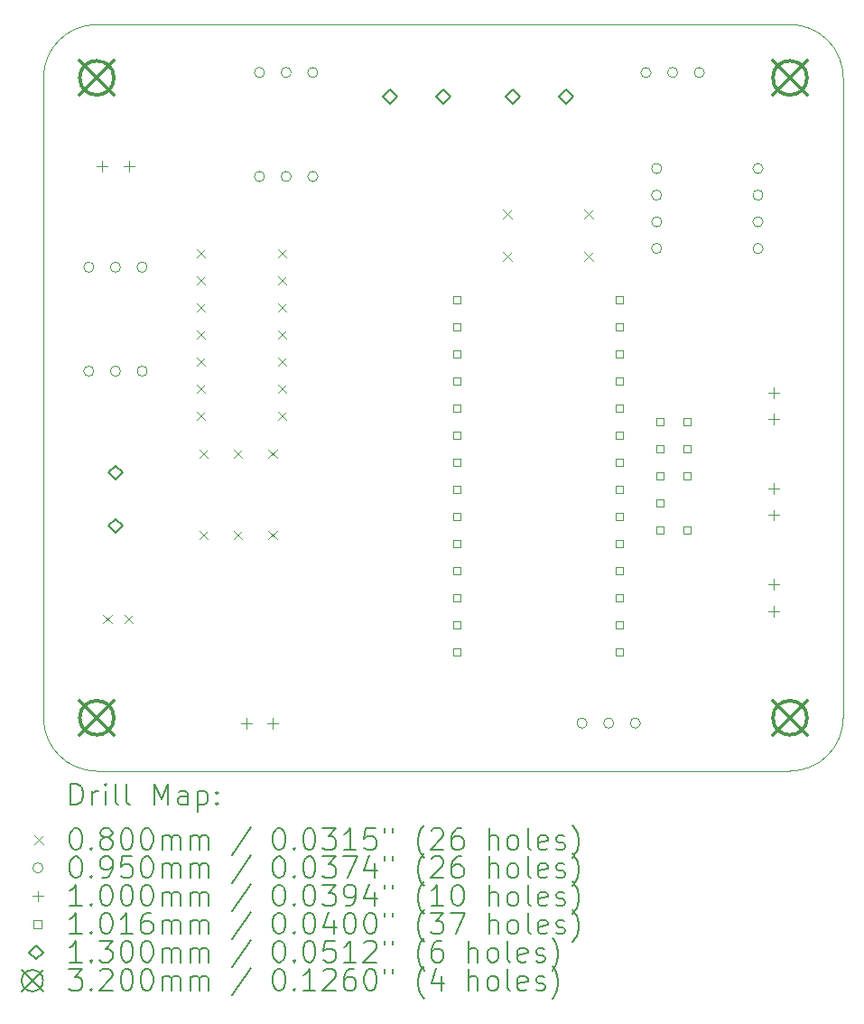
<source format=gbr>
%TF.GenerationSoftware,KiCad,Pcbnew,7.0.7*%
%TF.CreationDate,2023-12-09T17:07:59+00:00*%
%TF.ProjectId,Pack Board,5061636b-2042-46f6-9172-642e6b696361,rev?*%
%TF.SameCoordinates,Original*%
%TF.FileFunction,Drillmap*%
%TF.FilePolarity,Positive*%
%FSLAX45Y45*%
G04 Gerber Fmt 4.5, Leading zero omitted, Abs format (unit mm)*
G04 Created by KiCad (PCBNEW 7.0.7) date 2023-12-09 17:07:59*
%MOMM*%
%LPD*%
G01*
G04 APERTURE LIST*
%ADD10C,0.100000*%
%ADD11C,0.200000*%
%ADD12C,0.080000*%
%ADD13C,0.095000*%
%ADD14C,0.101600*%
%ADD15C,0.130000*%
%ADD16C,0.320000*%
G04 APERTURE END LIST*
D10*
X10000000Y-14500000D02*
G75*
G03*
X10500000Y-15000000I500000J0D01*
G01*
X17500000Y-8500000D02*
G75*
G03*
X17000000Y-8000000I-500000J0D01*
G01*
X10000000Y-14500000D02*
X10000000Y-8500000D01*
X17500000Y-14500000D02*
X17500000Y-8500000D01*
X17000000Y-15000000D02*
G75*
G03*
X17500000Y-14500000I0J500000D01*
G01*
X10500000Y-15000000D02*
X17000000Y-15000000D01*
X10500000Y-8000000D02*
X17000000Y-8000000D01*
X10500000Y-8000000D02*
G75*
G03*
X10000000Y-8500000I0J-500000D01*
G01*
D11*
D12*
X10560000Y-13535000D02*
X10640000Y-13615000D01*
X10640000Y-13535000D02*
X10560000Y-13615000D01*
X10760000Y-13535000D02*
X10840000Y-13615000D01*
X10840000Y-13535000D02*
X10760000Y-13615000D01*
X11435000Y-10106000D02*
X11515000Y-10186000D01*
X11515000Y-10106000D02*
X11435000Y-10186000D01*
X11435000Y-10360000D02*
X11515000Y-10440000D01*
X11515000Y-10360000D02*
X11435000Y-10440000D01*
X11435000Y-10614000D02*
X11515000Y-10694000D01*
X11515000Y-10614000D02*
X11435000Y-10694000D01*
X11435000Y-10868000D02*
X11515000Y-10948000D01*
X11515000Y-10868000D02*
X11435000Y-10948000D01*
X11435000Y-11122000D02*
X11515000Y-11202000D01*
X11515000Y-11122000D02*
X11435000Y-11202000D01*
X11435000Y-11376000D02*
X11515000Y-11456000D01*
X11515000Y-11376000D02*
X11435000Y-11456000D01*
X11435000Y-11630000D02*
X11515000Y-11710000D01*
X11515000Y-11630000D02*
X11435000Y-11710000D01*
X11460000Y-11985000D02*
X11540000Y-12065000D01*
X11540000Y-11985000D02*
X11460000Y-12065000D01*
X11460000Y-12747000D02*
X11540000Y-12827000D01*
X11540000Y-12747000D02*
X11460000Y-12827000D01*
X11785000Y-11985000D02*
X11865000Y-12065000D01*
X11865000Y-11985000D02*
X11785000Y-12065000D01*
X11785000Y-12747000D02*
X11865000Y-12827000D01*
X11865000Y-12747000D02*
X11785000Y-12827000D01*
X12110000Y-11985000D02*
X12190000Y-12065000D01*
X12190000Y-11985000D02*
X12110000Y-12065000D01*
X12110000Y-12747000D02*
X12190000Y-12827000D01*
X12190000Y-12747000D02*
X12110000Y-12827000D01*
X12197000Y-10106000D02*
X12277000Y-10186000D01*
X12277000Y-10106000D02*
X12197000Y-10186000D01*
X12197000Y-10360000D02*
X12277000Y-10440000D01*
X12277000Y-10360000D02*
X12197000Y-10440000D01*
X12197000Y-10614000D02*
X12277000Y-10694000D01*
X12277000Y-10614000D02*
X12197000Y-10694000D01*
X12197000Y-10868000D02*
X12277000Y-10948000D01*
X12277000Y-10868000D02*
X12197000Y-10948000D01*
X12197000Y-11122000D02*
X12277000Y-11202000D01*
X12277000Y-11122000D02*
X12197000Y-11202000D01*
X12197000Y-11376000D02*
X12277000Y-11456000D01*
X12277000Y-11376000D02*
X12197000Y-11456000D01*
X12197000Y-11630000D02*
X12277000Y-11710000D01*
X12277000Y-11630000D02*
X12197000Y-11710000D01*
X14310000Y-9735000D02*
X14390000Y-9815000D01*
X14390000Y-9735000D02*
X14310000Y-9815000D01*
X14310000Y-10135000D02*
X14390000Y-10215000D01*
X14390000Y-10135000D02*
X14310000Y-10215000D01*
X15072000Y-9735000D02*
X15152000Y-9815000D01*
X15152000Y-9735000D02*
X15072000Y-9815000D01*
X15072000Y-10135000D02*
X15152000Y-10215000D01*
X15152000Y-10135000D02*
X15072000Y-10215000D01*
D13*
X10472500Y-10275000D02*
G75*
G03*
X10472500Y-10275000I-47500J0D01*
G01*
X10472500Y-11250000D02*
G75*
G03*
X10472500Y-11250000I-47500J0D01*
G01*
X10722500Y-10275000D02*
G75*
G03*
X10722500Y-10275000I-47500J0D01*
G01*
X10722500Y-11250000D02*
G75*
G03*
X10722500Y-11250000I-47500J0D01*
G01*
X10972500Y-10275000D02*
G75*
G03*
X10972500Y-10275000I-47500J0D01*
G01*
X10972500Y-11250000D02*
G75*
G03*
X10972500Y-11250000I-47500J0D01*
G01*
X12072500Y-8450000D02*
G75*
G03*
X12072500Y-8450000I-47500J0D01*
G01*
X12072500Y-9425000D02*
G75*
G03*
X12072500Y-9425000I-47500J0D01*
G01*
X12322500Y-8450000D02*
G75*
G03*
X12322500Y-8450000I-47500J0D01*
G01*
X12322500Y-9425000D02*
G75*
G03*
X12322500Y-9425000I-47500J0D01*
G01*
X12572500Y-8450000D02*
G75*
G03*
X12572500Y-8450000I-47500J0D01*
G01*
X12572500Y-9425000D02*
G75*
G03*
X12572500Y-9425000I-47500J0D01*
G01*
X15097500Y-14550000D02*
G75*
G03*
X15097500Y-14550000I-47500J0D01*
G01*
X15347500Y-14550000D02*
G75*
G03*
X15347500Y-14550000I-47500J0D01*
G01*
X15597500Y-14550000D02*
G75*
G03*
X15597500Y-14550000I-47500J0D01*
G01*
X15697500Y-8450000D02*
G75*
G03*
X15697500Y-8450000I-47500J0D01*
G01*
X15797500Y-9350000D02*
G75*
G03*
X15797500Y-9350000I-47500J0D01*
G01*
X15797500Y-9600000D02*
G75*
G03*
X15797500Y-9600000I-47500J0D01*
G01*
X15797500Y-9850000D02*
G75*
G03*
X15797500Y-9850000I-47500J0D01*
G01*
X15797500Y-10100000D02*
G75*
G03*
X15797500Y-10100000I-47500J0D01*
G01*
X15947500Y-8450000D02*
G75*
G03*
X15947500Y-8450000I-47500J0D01*
G01*
X16197500Y-8450000D02*
G75*
G03*
X16197500Y-8450000I-47500J0D01*
G01*
X16747500Y-9350000D02*
G75*
G03*
X16747500Y-9350000I-47500J0D01*
G01*
X16747500Y-9600000D02*
G75*
G03*
X16747500Y-9600000I-47500J0D01*
G01*
X16747500Y-9850000D02*
G75*
G03*
X16747500Y-9850000I-47500J0D01*
G01*
X16747500Y-10100000D02*
G75*
G03*
X16747500Y-10100000I-47500J0D01*
G01*
D10*
X10550000Y-9275000D02*
X10550000Y-9375000D01*
X10500000Y-9325000D02*
X10600000Y-9325000D01*
X10800000Y-9275000D02*
X10800000Y-9375000D01*
X10750000Y-9325000D02*
X10850000Y-9325000D01*
X11900000Y-14500000D02*
X11900000Y-14600000D01*
X11850000Y-14550000D02*
X11950000Y-14550000D01*
X12150000Y-14500000D02*
X12150000Y-14600000D01*
X12100000Y-14550000D02*
X12200000Y-14550000D01*
X16847500Y-11400000D02*
X16847500Y-11500000D01*
X16797500Y-11450000D02*
X16897500Y-11450000D01*
X16847500Y-11650000D02*
X16847500Y-11750000D01*
X16797500Y-11700000D02*
X16897500Y-11700000D01*
X16850000Y-12300000D02*
X16850000Y-12400000D01*
X16800000Y-12350000D02*
X16900000Y-12350000D01*
X16850000Y-12550000D02*
X16850000Y-12650000D01*
X16800000Y-12600000D02*
X16900000Y-12600000D01*
X16850000Y-13200000D02*
X16850000Y-13300000D01*
X16800000Y-13250000D02*
X16900000Y-13250000D01*
X16850000Y-13450000D02*
X16850000Y-13550000D01*
X16800000Y-13500000D02*
X16900000Y-13500000D01*
D14*
X13911921Y-10617921D02*
X13911921Y-10546079D01*
X13840079Y-10546079D01*
X13840079Y-10617921D01*
X13911921Y-10617921D01*
X13911921Y-10871921D02*
X13911921Y-10800079D01*
X13840079Y-10800079D01*
X13840079Y-10871921D01*
X13911921Y-10871921D01*
X13911921Y-11125921D02*
X13911921Y-11054079D01*
X13840079Y-11054079D01*
X13840079Y-11125921D01*
X13911921Y-11125921D01*
X13911921Y-11379921D02*
X13911921Y-11308079D01*
X13840079Y-11308079D01*
X13840079Y-11379921D01*
X13911921Y-11379921D01*
X13911921Y-11633921D02*
X13911921Y-11562079D01*
X13840079Y-11562079D01*
X13840079Y-11633921D01*
X13911921Y-11633921D01*
X13911921Y-11887921D02*
X13911921Y-11816079D01*
X13840079Y-11816079D01*
X13840079Y-11887921D01*
X13911921Y-11887921D01*
X13911921Y-12141921D02*
X13911921Y-12070079D01*
X13840079Y-12070079D01*
X13840079Y-12141921D01*
X13911921Y-12141921D01*
X13911921Y-12395921D02*
X13911921Y-12324079D01*
X13840079Y-12324079D01*
X13840079Y-12395921D01*
X13911921Y-12395921D01*
X13911921Y-12649921D02*
X13911921Y-12578079D01*
X13840079Y-12578079D01*
X13840079Y-12649921D01*
X13911921Y-12649921D01*
X13911921Y-12903921D02*
X13911921Y-12832079D01*
X13840079Y-12832079D01*
X13840079Y-12903921D01*
X13911921Y-12903921D01*
X13911921Y-13157921D02*
X13911921Y-13086079D01*
X13840079Y-13086079D01*
X13840079Y-13157921D01*
X13911921Y-13157921D01*
X13911921Y-13411921D02*
X13911921Y-13340079D01*
X13840079Y-13340079D01*
X13840079Y-13411921D01*
X13911921Y-13411921D01*
X13911921Y-13665921D02*
X13911921Y-13594079D01*
X13840079Y-13594079D01*
X13840079Y-13665921D01*
X13911921Y-13665921D01*
X13911921Y-13919921D02*
X13911921Y-13848079D01*
X13840079Y-13848079D01*
X13840079Y-13919921D01*
X13911921Y-13919921D01*
X15435921Y-10617921D02*
X15435921Y-10546079D01*
X15364079Y-10546079D01*
X15364079Y-10617921D01*
X15435921Y-10617921D01*
X15435921Y-10871921D02*
X15435921Y-10800079D01*
X15364079Y-10800079D01*
X15364079Y-10871921D01*
X15435921Y-10871921D01*
X15435921Y-11125921D02*
X15435921Y-11054079D01*
X15364079Y-11054079D01*
X15364079Y-11125921D01*
X15435921Y-11125921D01*
X15435921Y-11379921D02*
X15435921Y-11308079D01*
X15364079Y-11308079D01*
X15364079Y-11379921D01*
X15435921Y-11379921D01*
X15435921Y-11633921D02*
X15435921Y-11562079D01*
X15364079Y-11562079D01*
X15364079Y-11633921D01*
X15435921Y-11633921D01*
X15435921Y-11887921D02*
X15435921Y-11816079D01*
X15364079Y-11816079D01*
X15364079Y-11887921D01*
X15435921Y-11887921D01*
X15435921Y-12141921D02*
X15435921Y-12070079D01*
X15364079Y-12070079D01*
X15364079Y-12141921D01*
X15435921Y-12141921D01*
X15435921Y-12395921D02*
X15435921Y-12324079D01*
X15364079Y-12324079D01*
X15364079Y-12395921D01*
X15435921Y-12395921D01*
X15435921Y-12649921D02*
X15435921Y-12578079D01*
X15364079Y-12578079D01*
X15364079Y-12649921D01*
X15435921Y-12649921D01*
X15435921Y-12903921D02*
X15435921Y-12832079D01*
X15364079Y-12832079D01*
X15364079Y-12903921D01*
X15435921Y-12903921D01*
X15435921Y-13157921D02*
X15435921Y-13086079D01*
X15364079Y-13086079D01*
X15364079Y-13157921D01*
X15435921Y-13157921D01*
X15435921Y-13411921D02*
X15435921Y-13340079D01*
X15364079Y-13340079D01*
X15364079Y-13411921D01*
X15435921Y-13411921D01*
X15435921Y-13665921D02*
X15435921Y-13594079D01*
X15364079Y-13594079D01*
X15364079Y-13665921D01*
X15435921Y-13665921D01*
X15435921Y-13919921D02*
X15435921Y-13848079D01*
X15364079Y-13848079D01*
X15364079Y-13919921D01*
X15435921Y-13919921D01*
X15816921Y-11760921D02*
X15816921Y-11689079D01*
X15745079Y-11689079D01*
X15745079Y-11760921D01*
X15816921Y-11760921D01*
X15816921Y-12014921D02*
X15816921Y-11943079D01*
X15745079Y-11943079D01*
X15745079Y-12014921D01*
X15816921Y-12014921D01*
X15816921Y-12268921D02*
X15816921Y-12197079D01*
X15745079Y-12197079D01*
X15745079Y-12268921D01*
X15816921Y-12268921D01*
X15816921Y-12522921D02*
X15816921Y-12451079D01*
X15745079Y-12451079D01*
X15745079Y-12522921D01*
X15816921Y-12522921D01*
X15816921Y-12776921D02*
X15816921Y-12705079D01*
X15745079Y-12705079D01*
X15745079Y-12776921D01*
X15816921Y-12776921D01*
X16070921Y-11760921D02*
X16070921Y-11689079D01*
X15999079Y-11689079D01*
X15999079Y-11760921D01*
X16070921Y-11760921D01*
X16070921Y-12014921D02*
X16070921Y-11943079D01*
X15999079Y-11943079D01*
X15999079Y-12014921D01*
X16070921Y-12014921D01*
X16070921Y-12268921D02*
X16070921Y-12197079D01*
X15999079Y-12197079D01*
X15999079Y-12268921D01*
X16070921Y-12268921D01*
X16070921Y-12776921D02*
X16070921Y-12705079D01*
X15999079Y-12705079D01*
X15999079Y-12776921D01*
X16070921Y-12776921D01*
D15*
X10675000Y-12265000D02*
X10740000Y-12200000D01*
X10675000Y-12135000D01*
X10610000Y-12200000D01*
X10675000Y-12265000D01*
X10675000Y-12765000D02*
X10740000Y-12700000D01*
X10675000Y-12635000D01*
X10610000Y-12700000D01*
X10675000Y-12765000D01*
X13250000Y-8740000D02*
X13315000Y-8675000D01*
X13250000Y-8610000D01*
X13185000Y-8675000D01*
X13250000Y-8740000D01*
X13750000Y-8740000D02*
X13815000Y-8675000D01*
X13750000Y-8610000D01*
X13685000Y-8675000D01*
X13750000Y-8740000D01*
X14400000Y-8740000D02*
X14465000Y-8675000D01*
X14400000Y-8610000D01*
X14335000Y-8675000D01*
X14400000Y-8740000D01*
X14900000Y-8740000D02*
X14965000Y-8675000D01*
X14900000Y-8610000D01*
X14835000Y-8675000D01*
X14900000Y-8740000D01*
D16*
X10340000Y-8340000D02*
X10660000Y-8660000D01*
X10660000Y-8340000D02*
X10340000Y-8660000D01*
X10660000Y-8500000D02*
G75*
G03*
X10660000Y-8500000I-160000J0D01*
G01*
X10340000Y-14340000D02*
X10660000Y-14660000D01*
X10660000Y-14340000D02*
X10340000Y-14660000D01*
X10660000Y-14500000D02*
G75*
G03*
X10660000Y-14500000I-160000J0D01*
G01*
X16840000Y-8340000D02*
X17160000Y-8660000D01*
X17160000Y-8340000D02*
X16840000Y-8660000D01*
X17160000Y-8500000D02*
G75*
G03*
X17160000Y-8500000I-160000J0D01*
G01*
X16840000Y-14340000D02*
X17160000Y-14660000D01*
X17160000Y-14340000D02*
X16840000Y-14660000D01*
X17160000Y-14500000D02*
G75*
G03*
X17160000Y-14500000I-160000J0D01*
G01*
D11*
X10255777Y-15316484D02*
X10255777Y-15116484D01*
X10255777Y-15116484D02*
X10303396Y-15116484D01*
X10303396Y-15116484D02*
X10331967Y-15126008D01*
X10331967Y-15126008D02*
X10351015Y-15145055D01*
X10351015Y-15145055D02*
X10360539Y-15164103D01*
X10360539Y-15164103D02*
X10370063Y-15202198D01*
X10370063Y-15202198D02*
X10370063Y-15230769D01*
X10370063Y-15230769D02*
X10360539Y-15268865D01*
X10360539Y-15268865D02*
X10351015Y-15287912D01*
X10351015Y-15287912D02*
X10331967Y-15306960D01*
X10331967Y-15306960D02*
X10303396Y-15316484D01*
X10303396Y-15316484D02*
X10255777Y-15316484D01*
X10455777Y-15316484D02*
X10455777Y-15183150D01*
X10455777Y-15221246D02*
X10465301Y-15202198D01*
X10465301Y-15202198D02*
X10474824Y-15192674D01*
X10474824Y-15192674D02*
X10493872Y-15183150D01*
X10493872Y-15183150D02*
X10512920Y-15183150D01*
X10579586Y-15316484D02*
X10579586Y-15183150D01*
X10579586Y-15116484D02*
X10570063Y-15126008D01*
X10570063Y-15126008D02*
X10579586Y-15135531D01*
X10579586Y-15135531D02*
X10589110Y-15126008D01*
X10589110Y-15126008D02*
X10579586Y-15116484D01*
X10579586Y-15116484D02*
X10579586Y-15135531D01*
X10703396Y-15316484D02*
X10684348Y-15306960D01*
X10684348Y-15306960D02*
X10674824Y-15287912D01*
X10674824Y-15287912D02*
X10674824Y-15116484D01*
X10808158Y-15316484D02*
X10789110Y-15306960D01*
X10789110Y-15306960D02*
X10779586Y-15287912D01*
X10779586Y-15287912D02*
X10779586Y-15116484D01*
X11036729Y-15316484D02*
X11036729Y-15116484D01*
X11036729Y-15116484D02*
X11103396Y-15259341D01*
X11103396Y-15259341D02*
X11170063Y-15116484D01*
X11170063Y-15116484D02*
X11170063Y-15316484D01*
X11351015Y-15316484D02*
X11351015Y-15211722D01*
X11351015Y-15211722D02*
X11341491Y-15192674D01*
X11341491Y-15192674D02*
X11322443Y-15183150D01*
X11322443Y-15183150D02*
X11284348Y-15183150D01*
X11284348Y-15183150D02*
X11265301Y-15192674D01*
X11351015Y-15306960D02*
X11331967Y-15316484D01*
X11331967Y-15316484D02*
X11284348Y-15316484D01*
X11284348Y-15316484D02*
X11265301Y-15306960D01*
X11265301Y-15306960D02*
X11255777Y-15287912D01*
X11255777Y-15287912D02*
X11255777Y-15268865D01*
X11255777Y-15268865D02*
X11265301Y-15249817D01*
X11265301Y-15249817D02*
X11284348Y-15240293D01*
X11284348Y-15240293D02*
X11331967Y-15240293D01*
X11331967Y-15240293D02*
X11351015Y-15230769D01*
X11446253Y-15183150D02*
X11446253Y-15383150D01*
X11446253Y-15192674D02*
X11465301Y-15183150D01*
X11465301Y-15183150D02*
X11503396Y-15183150D01*
X11503396Y-15183150D02*
X11522443Y-15192674D01*
X11522443Y-15192674D02*
X11531967Y-15202198D01*
X11531967Y-15202198D02*
X11541491Y-15221246D01*
X11541491Y-15221246D02*
X11541491Y-15278388D01*
X11541491Y-15278388D02*
X11531967Y-15297436D01*
X11531967Y-15297436D02*
X11522443Y-15306960D01*
X11522443Y-15306960D02*
X11503396Y-15316484D01*
X11503396Y-15316484D02*
X11465301Y-15316484D01*
X11465301Y-15316484D02*
X11446253Y-15306960D01*
X11627205Y-15297436D02*
X11636729Y-15306960D01*
X11636729Y-15306960D02*
X11627205Y-15316484D01*
X11627205Y-15316484D02*
X11617682Y-15306960D01*
X11617682Y-15306960D02*
X11627205Y-15297436D01*
X11627205Y-15297436D02*
X11627205Y-15316484D01*
X11627205Y-15192674D02*
X11636729Y-15202198D01*
X11636729Y-15202198D02*
X11627205Y-15211722D01*
X11627205Y-15211722D02*
X11617682Y-15202198D01*
X11617682Y-15202198D02*
X11627205Y-15192674D01*
X11627205Y-15192674D02*
X11627205Y-15211722D01*
D12*
X9915000Y-15605000D02*
X9995000Y-15685000D01*
X9995000Y-15605000D02*
X9915000Y-15685000D01*
D11*
X10293872Y-15536484D02*
X10312920Y-15536484D01*
X10312920Y-15536484D02*
X10331967Y-15546008D01*
X10331967Y-15546008D02*
X10341491Y-15555531D01*
X10341491Y-15555531D02*
X10351015Y-15574579D01*
X10351015Y-15574579D02*
X10360539Y-15612674D01*
X10360539Y-15612674D02*
X10360539Y-15660293D01*
X10360539Y-15660293D02*
X10351015Y-15698388D01*
X10351015Y-15698388D02*
X10341491Y-15717436D01*
X10341491Y-15717436D02*
X10331967Y-15726960D01*
X10331967Y-15726960D02*
X10312920Y-15736484D01*
X10312920Y-15736484D02*
X10293872Y-15736484D01*
X10293872Y-15736484D02*
X10274824Y-15726960D01*
X10274824Y-15726960D02*
X10265301Y-15717436D01*
X10265301Y-15717436D02*
X10255777Y-15698388D01*
X10255777Y-15698388D02*
X10246253Y-15660293D01*
X10246253Y-15660293D02*
X10246253Y-15612674D01*
X10246253Y-15612674D02*
X10255777Y-15574579D01*
X10255777Y-15574579D02*
X10265301Y-15555531D01*
X10265301Y-15555531D02*
X10274824Y-15546008D01*
X10274824Y-15546008D02*
X10293872Y-15536484D01*
X10446253Y-15717436D02*
X10455777Y-15726960D01*
X10455777Y-15726960D02*
X10446253Y-15736484D01*
X10446253Y-15736484D02*
X10436729Y-15726960D01*
X10436729Y-15726960D02*
X10446253Y-15717436D01*
X10446253Y-15717436D02*
X10446253Y-15736484D01*
X10570063Y-15622198D02*
X10551015Y-15612674D01*
X10551015Y-15612674D02*
X10541491Y-15603150D01*
X10541491Y-15603150D02*
X10531967Y-15584103D01*
X10531967Y-15584103D02*
X10531967Y-15574579D01*
X10531967Y-15574579D02*
X10541491Y-15555531D01*
X10541491Y-15555531D02*
X10551015Y-15546008D01*
X10551015Y-15546008D02*
X10570063Y-15536484D01*
X10570063Y-15536484D02*
X10608158Y-15536484D01*
X10608158Y-15536484D02*
X10627205Y-15546008D01*
X10627205Y-15546008D02*
X10636729Y-15555531D01*
X10636729Y-15555531D02*
X10646253Y-15574579D01*
X10646253Y-15574579D02*
X10646253Y-15584103D01*
X10646253Y-15584103D02*
X10636729Y-15603150D01*
X10636729Y-15603150D02*
X10627205Y-15612674D01*
X10627205Y-15612674D02*
X10608158Y-15622198D01*
X10608158Y-15622198D02*
X10570063Y-15622198D01*
X10570063Y-15622198D02*
X10551015Y-15631722D01*
X10551015Y-15631722D02*
X10541491Y-15641246D01*
X10541491Y-15641246D02*
X10531967Y-15660293D01*
X10531967Y-15660293D02*
X10531967Y-15698388D01*
X10531967Y-15698388D02*
X10541491Y-15717436D01*
X10541491Y-15717436D02*
X10551015Y-15726960D01*
X10551015Y-15726960D02*
X10570063Y-15736484D01*
X10570063Y-15736484D02*
X10608158Y-15736484D01*
X10608158Y-15736484D02*
X10627205Y-15726960D01*
X10627205Y-15726960D02*
X10636729Y-15717436D01*
X10636729Y-15717436D02*
X10646253Y-15698388D01*
X10646253Y-15698388D02*
X10646253Y-15660293D01*
X10646253Y-15660293D02*
X10636729Y-15641246D01*
X10636729Y-15641246D02*
X10627205Y-15631722D01*
X10627205Y-15631722D02*
X10608158Y-15622198D01*
X10770063Y-15536484D02*
X10789110Y-15536484D01*
X10789110Y-15536484D02*
X10808158Y-15546008D01*
X10808158Y-15546008D02*
X10817682Y-15555531D01*
X10817682Y-15555531D02*
X10827205Y-15574579D01*
X10827205Y-15574579D02*
X10836729Y-15612674D01*
X10836729Y-15612674D02*
X10836729Y-15660293D01*
X10836729Y-15660293D02*
X10827205Y-15698388D01*
X10827205Y-15698388D02*
X10817682Y-15717436D01*
X10817682Y-15717436D02*
X10808158Y-15726960D01*
X10808158Y-15726960D02*
X10789110Y-15736484D01*
X10789110Y-15736484D02*
X10770063Y-15736484D01*
X10770063Y-15736484D02*
X10751015Y-15726960D01*
X10751015Y-15726960D02*
X10741491Y-15717436D01*
X10741491Y-15717436D02*
X10731967Y-15698388D01*
X10731967Y-15698388D02*
X10722444Y-15660293D01*
X10722444Y-15660293D02*
X10722444Y-15612674D01*
X10722444Y-15612674D02*
X10731967Y-15574579D01*
X10731967Y-15574579D02*
X10741491Y-15555531D01*
X10741491Y-15555531D02*
X10751015Y-15546008D01*
X10751015Y-15546008D02*
X10770063Y-15536484D01*
X10960539Y-15536484D02*
X10979586Y-15536484D01*
X10979586Y-15536484D02*
X10998634Y-15546008D01*
X10998634Y-15546008D02*
X11008158Y-15555531D01*
X11008158Y-15555531D02*
X11017682Y-15574579D01*
X11017682Y-15574579D02*
X11027205Y-15612674D01*
X11027205Y-15612674D02*
X11027205Y-15660293D01*
X11027205Y-15660293D02*
X11017682Y-15698388D01*
X11017682Y-15698388D02*
X11008158Y-15717436D01*
X11008158Y-15717436D02*
X10998634Y-15726960D01*
X10998634Y-15726960D02*
X10979586Y-15736484D01*
X10979586Y-15736484D02*
X10960539Y-15736484D01*
X10960539Y-15736484D02*
X10941491Y-15726960D01*
X10941491Y-15726960D02*
X10931967Y-15717436D01*
X10931967Y-15717436D02*
X10922444Y-15698388D01*
X10922444Y-15698388D02*
X10912920Y-15660293D01*
X10912920Y-15660293D02*
X10912920Y-15612674D01*
X10912920Y-15612674D02*
X10922444Y-15574579D01*
X10922444Y-15574579D02*
X10931967Y-15555531D01*
X10931967Y-15555531D02*
X10941491Y-15546008D01*
X10941491Y-15546008D02*
X10960539Y-15536484D01*
X11112920Y-15736484D02*
X11112920Y-15603150D01*
X11112920Y-15622198D02*
X11122444Y-15612674D01*
X11122444Y-15612674D02*
X11141491Y-15603150D01*
X11141491Y-15603150D02*
X11170063Y-15603150D01*
X11170063Y-15603150D02*
X11189110Y-15612674D01*
X11189110Y-15612674D02*
X11198634Y-15631722D01*
X11198634Y-15631722D02*
X11198634Y-15736484D01*
X11198634Y-15631722D02*
X11208158Y-15612674D01*
X11208158Y-15612674D02*
X11227205Y-15603150D01*
X11227205Y-15603150D02*
X11255777Y-15603150D01*
X11255777Y-15603150D02*
X11274824Y-15612674D01*
X11274824Y-15612674D02*
X11284348Y-15631722D01*
X11284348Y-15631722D02*
X11284348Y-15736484D01*
X11379586Y-15736484D02*
X11379586Y-15603150D01*
X11379586Y-15622198D02*
X11389110Y-15612674D01*
X11389110Y-15612674D02*
X11408158Y-15603150D01*
X11408158Y-15603150D02*
X11436729Y-15603150D01*
X11436729Y-15603150D02*
X11455777Y-15612674D01*
X11455777Y-15612674D02*
X11465301Y-15631722D01*
X11465301Y-15631722D02*
X11465301Y-15736484D01*
X11465301Y-15631722D02*
X11474824Y-15612674D01*
X11474824Y-15612674D02*
X11493872Y-15603150D01*
X11493872Y-15603150D02*
X11522443Y-15603150D01*
X11522443Y-15603150D02*
X11541491Y-15612674D01*
X11541491Y-15612674D02*
X11551015Y-15631722D01*
X11551015Y-15631722D02*
X11551015Y-15736484D01*
X11941491Y-15526960D02*
X11770063Y-15784103D01*
X12198634Y-15536484D02*
X12217682Y-15536484D01*
X12217682Y-15536484D02*
X12236729Y-15546008D01*
X12236729Y-15546008D02*
X12246253Y-15555531D01*
X12246253Y-15555531D02*
X12255777Y-15574579D01*
X12255777Y-15574579D02*
X12265301Y-15612674D01*
X12265301Y-15612674D02*
X12265301Y-15660293D01*
X12265301Y-15660293D02*
X12255777Y-15698388D01*
X12255777Y-15698388D02*
X12246253Y-15717436D01*
X12246253Y-15717436D02*
X12236729Y-15726960D01*
X12236729Y-15726960D02*
X12217682Y-15736484D01*
X12217682Y-15736484D02*
X12198634Y-15736484D01*
X12198634Y-15736484D02*
X12179586Y-15726960D01*
X12179586Y-15726960D02*
X12170063Y-15717436D01*
X12170063Y-15717436D02*
X12160539Y-15698388D01*
X12160539Y-15698388D02*
X12151015Y-15660293D01*
X12151015Y-15660293D02*
X12151015Y-15612674D01*
X12151015Y-15612674D02*
X12160539Y-15574579D01*
X12160539Y-15574579D02*
X12170063Y-15555531D01*
X12170063Y-15555531D02*
X12179586Y-15546008D01*
X12179586Y-15546008D02*
X12198634Y-15536484D01*
X12351015Y-15717436D02*
X12360539Y-15726960D01*
X12360539Y-15726960D02*
X12351015Y-15736484D01*
X12351015Y-15736484D02*
X12341491Y-15726960D01*
X12341491Y-15726960D02*
X12351015Y-15717436D01*
X12351015Y-15717436D02*
X12351015Y-15736484D01*
X12484348Y-15536484D02*
X12503396Y-15536484D01*
X12503396Y-15536484D02*
X12522444Y-15546008D01*
X12522444Y-15546008D02*
X12531967Y-15555531D01*
X12531967Y-15555531D02*
X12541491Y-15574579D01*
X12541491Y-15574579D02*
X12551015Y-15612674D01*
X12551015Y-15612674D02*
X12551015Y-15660293D01*
X12551015Y-15660293D02*
X12541491Y-15698388D01*
X12541491Y-15698388D02*
X12531967Y-15717436D01*
X12531967Y-15717436D02*
X12522444Y-15726960D01*
X12522444Y-15726960D02*
X12503396Y-15736484D01*
X12503396Y-15736484D02*
X12484348Y-15736484D01*
X12484348Y-15736484D02*
X12465301Y-15726960D01*
X12465301Y-15726960D02*
X12455777Y-15717436D01*
X12455777Y-15717436D02*
X12446253Y-15698388D01*
X12446253Y-15698388D02*
X12436729Y-15660293D01*
X12436729Y-15660293D02*
X12436729Y-15612674D01*
X12436729Y-15612674D02*
X12446253Y-15574579D01*
X12446253Y-15574579D02*
X12455777Y-15555531D01*
X12455777Y-15555531D02*
X12465301Y-15546008D01*
X12465301Y-15546008D02*
X12484348Y-15536484D01*
X12617682Y-15536484D02*
X12741491Y-15536484D01*
X12741491Y-15536484D02*
X12674825Y-15612674D01*
X12674825Y-15612674D02*
X12703396Y-15612674D01*
X12703396Y-15612674D02*
X12722444Y-15622198D01*
X12722444Y-15622198D02*
X12731967Y-15631722D01*
X12731967Y-15631722D02*
X12741491Y-15650769D01*
X12741491Y-15650769D02*
X12741491Y-15698388D01*
X12741491Y-15698388D02*
X12731967Y-15717436D01*
X12731967Y-15717436D02*
X12722444Y-15726960D01*
X12722444Y-15726960D02*
X12703396Y-15736484D01*
X12703396Y-15736484D02*
X12646253Y-15736484D01*
X12646253Y-15736484D02*
X12627206Y-15726960D01*
X12627206Y-15726960D02*
X12617682Y-15717436D01*
X12931967Y-15736484D02*
X12817682Y-15736484D01*
X12874825Y-15736484D02*
X12874825Y-15536484D01*
X12874825Y-15536484D02*
X12855777Y-15565055D01*
X12855777Y-15565055D02*
X12836729Y-15584103D01*
X12836729Y-15584103D02*
X12817682Y-15593627D01*
X13112920Y-15536484D02*
X13017682Y-15536484D01*
X13017682Y-15536484D02*
X13008158Y-15631722D01*
X13008158Y-15631722D02*
X13017682Y-15622198D01*
X13017682Y-15622198D02*
X13036729Y-15612674D01*
X13036729Y-15612674D02*
X13084348Y-15612674D01*
X13084348Y-15612674D02*
X13103396Y-15622198D01*
X13103396Y-15622198D02*
X13112920Y-15631722D01*
X13112920Y-15631722D02*
X13122444Y-15650769D01*
X13122444Y-15650769D02*
X13122444Y-15698388D01*
X13122444Y-15698388D02*
X13112920Y-15717436D01*
X13112920Y-15717436D02*
X13103396Y-15726960D01*
X13103396Y-15726960D02*
X13084348Y-15736484D01*
X13084348Y-15736484D02*
X13036729Y-15736484D01*
X13036729Y-15736484D02*
X13017682Y-15726960D01*
X13017682Y-15726960D02*
X13008158Y-15717436D01*
X13198634Y-15536484D02*
X13198634Y-15574579D01*
X13274825Y-15536484D02*
X13274825Y-15574579D01*
X13570063Y-15812674D02*
X13560539Y-15803150D01*
X13560539Y-15803150D02*
X13541491Y-15774579D01*
X13541491Y-15774579D02*
X13531968Y-15755531D01*
X13531968Y-15755531D02*
X13522444Y-15726960D01*
X13522444Y-15726960D02*
X13512920Y-15679341D01*
X13512920Y-15679341D02*
X13512920Y-15641246D01*
X13512920Y-15641246D02*
X13522444Y-15593627D01*
X13522444Y-15593627D02*
X13531968Y-15565055D01*
X13531968Y-15565055D02*
X13541491Y-15546008D01*
X13541491Y-15546008D02*
X13560539Y-15517436D01*
X13560539Y-15517436D02*
X13570063Y-15507912D01*
X13636729Y-15555531D02*
X13646253Y-15546008D01*
X13646253Y-15546008D02*
X13665301Y-15536484D01*
X13665301Y-15536484D02*
X13712920Y-15536484D01*
X13712920Y-15536484D02*
X13731968Y-15546008D01*
X13731968Y-15546008D02*
X13741491Y-15555531D01*
X13741491Y-15555531D02*
X13751015Y-15574579D01*
X13751015Y-15574579D02*
X13751015Y-15593627D01*
X13751015Y-15593627D02*
X13741491Y-15622198D01*
X13741491Y-15622198D02*
X13627206Y-15736484D01*
X13627206Y-15736484D02*
X13751015Y-15736484D01*
X13922444Y-15536484D02*
X13884348Y-15536484D01*
X13884348Y-15536484D02*
X13865301Y-15546008D01*
X13865301Y-15546008D02*
X13855777Y-15555531D01*
X13855777Y-15555531D02*
X13836729Y-15584103D01*
X13836729Y-15584103D02*
X13827206Y-15622198D01*
X13827206Y-15622198D02*
X13827206Y-15698388D01*
X13827206Y-15698388D02*
X13836729Y-15717436D01*
X13836729Y-15717436D02*
X13846253Y-15726960D01*
X13846253Y-15726960D02*
X13865301Y-15736484D01*
X13865301Y-15736484D02*
X13903396Y-15736484D01*
X13903396Y-15736484D02*
X13922444Y-15726960D01*
X13922444Y-15726960D02*
X13931968Y-15717436D01*
X13931968Y-15717436D02*
X13941491Y-15698388D01*
X13941491Y-15698388D02*
X13941491Y-15650769D01*
X13941491Y-15650769D02*
X13931968Y-15631722D01*
X13931968Y-15631722D02*
X13922444Y-15622198D01*
X13922444Y-15622198D02*
X13903396Y-15612674D01*
X13903396Y-15612674D02*
X13865301Y-15612674D01*
X13865301Y-15612674D02*
X13846253Y-15622198D01*
X13846253Y-15622198D02*
X13836729Y-15631722D01*
X13836729Y-15631722D02*
X13827206Y-15650769D01*
X14179587Y-15736484D02*
X14179587Y-15536484D01*
X14265301Y-15736484D02*
X14265301Y-15631722D01*
X14265301Y-15631722D02*
X14255777Y-15612674D01*
X14255777Y-15612674D02*
X14236730Y-15603150D01*
X14236730Y-15603150D02*
X14208158Y-15603150D01*
X14208158Y-15603150D02*
X14189110Y-15612674D01*
X14189110Y-15612674D02*
X14179587Y-15622198D01*
X14389110Y-15736484D02*
X14370063Y-15726960D01*
X14370063Y-15726960D02*
X14360539Y-15717436D01*
X14360539Y-15717436D02*
X14351015Y-15698388D01*
X14351015Y-15698388D02*
X14351015Y-15641246D01*
X14351015Y-15641246D02*
X14360539Y-15622198D01*
X14360539Y-15622198D02*
X14370063Y-15612674D01*
X14370063Y-15612674D02*
X14389110Y-15603150D01*
X14389110Y-15603150D02*
X14417682Y-15603150D01*
X14417682Y-15603150D02*
X14436730Y-15612674D01*
X14436730Y-15612674D02*
X14446253Y-15622198D01*
X14446253Y-15622198D02*
X14455777Y-15641246D01*
X14455777Y-15641246D02*
X14455777Y-15698388D01*
X14455777Y-15698388D02*
X14446253Y-15717436D01*
X14446253Y-15717436D02*
X14436730Y-15726960D01*
X14436730Y-15726960D02*
X14417682Y-15736484D01*
X14417682Y-15736484D02*
X14389110Y-15736484D01*
X14570063Y-15736484D02*
X14551015Y-15726960D01*
X14551015Y-15726960D02*
X14541491Y-15707912D01*
X14541491Y-15707912D02*
X14541491Y-15536484D01*
X14722444Y-15726960D02*
X14703396Y-15736484D01*
X14703396Y-15736484D02*
X14665301Y-15736484D01*
X14665301Y-15736484D02*
X14646253Y-15726960D01*
X14646253Y-15726960D02*
X14636730Y-15707912D01*
X14636730Y-15707912D02*
X14636730Y-15631722D01*
X14636730Y-15631722D02*
X14646253Y-15612674D01*
X14646253Y-15612674D02*
X14665301Y-15603150D01*
X14665301Y-15603150D02*
X14703396Y-15603150D01*
X14703396Y-15603150D02*
X14722444Y-15612674D01*
X14722444Y-15612674D02*
X14731968Y-15631722D01*
X14731968Y-15631722D02*
X14731968Y-15650769D01*
X14731968Y-15650769D02*
X14636730Y-15669817D01*
X14808158Y-15726960D02*
X14827206Y-15736484D01*
X14827206Y-15736484D02*
X14865301Y-15736484D01*
X14865301Y-15736484D02*
X14884349Y-15726960D01*
X14884349Y-15726960D02*
X14893872Y-15707912D01*
X14893872Y-15707912D02*
X14893872Y-15698388D01*
X14893872Y-15698388D02*
X14884349Y-15679341D01*
X14884349Y-15679341D02*
X14865301Y-15669817D01*
X14865301Y-15669817D02*
X14836730Y-15669817D01*
X14836730Y-15669817D02*
X14817682Y-15660293D01*
X14817682Y-15660293D02*
X14808158Y-15641246D01*
X14808158Y-15641246D02*
X14808158Y-15631722D01*
X14808158Y-15631722D02*
X14817682Y-15612674D01*
X14817682Y-15612674D02*
X14836730Y-15603150D01*
X14836730Y-15603150D02*
X14865301Y-15603150D01*
X14865301Y-15603150D02*
X14884349Y-15612674D01*
X14960539Y-15812674D02*
X14970063Y-15803150D01*
X14970063Y-15803150D02*
X14989111Y-15774579D01*
X14989111Y-15774579D02*
X14998634Y-15755531D01*
X14998634Y-15755531D02*
X15008158Y-15726960D01*
X15008158Y-15726960D02*
X15017682Y-15679341D01*
X15017682Y-15679341D02*
X15017682Y-15641246D01*
X15017682Y-15641246D02*
X15008158Y-15593627D01*
X15008158Y-15593627D02*
X14998634Y-15565055D01*
X14998634Y-15565055D02*
X14989111Y-15546008D01*
X14989111Y-15546008D02*
X14970063Y-15517436D01*
X14970063Y-15517436D02*
X14960539Y-15507912D01*
D13*
X9995000Y-15909000D02*
G75*
G03*
X9995000Y-15909000I-47500J0D01*
G01*
D11*
X10293872Y-15800484D02*
X10312920Y-15800484D01*
X10312920Y-15800484D02*
X10331967Y-15810008D01*
X10331967Y-15810008D02*
X10341491Y-15819531D01*
X10341491Y-15819531D02*
X10351015Y-15838579D01*
X10351015Y-15838579D02*
X10360539Y-15876674D01*
X10360539Y-15876674D02*
X10360539Y-15924293D01*
X10360539Y-15924293D02*
X10351015Y-15962388D01*
X10351015Y-15962388D02*
X10341491Y-15981436D01*
X10341491Y-15981436D02*
X10331967Y-15990960D01*
X10331967Y-15990960D02*
X10312920Y-16000484D01*
X10312920Y-16000484D02*
X10293872Y-16000484D01*
X10293872Y-16000484D02*
X10274824Y-15990960D01*
X10274824Y-15990960D02*
X10265301Y-15981436D01*
X10265301Y-15981436D02*
X10255777Y-15962388D01*
X10255777Y-15962388D02*
X10246253Y-15924293D01*
X10246253Y-15924293D02*
X10246253Y-15876674D01*
X10246253Y-15876674D02*
X10255777Y-15838579D01*
X10255777Y-15838579D02*
X10265301Y-15819531D01*
X10265301Y-15819531D02*
X10274824Y-15810008D01*
X10274824Y-15810008D02*
X10293872Y-15800484D01*
X10446253Y-15981436D02*
X10455777Y-15990960D01*
X10455777Y-15990960D02*
X10446253Y-16000484D01*
X10446253Y-16000484D02*
X10436729Y-15990960D01*
X10436729Y-15990960D02*
X10446253Y-15981436D01*
X10446253Y-15981436D02*
X10446253Y-16000484D01*
X10551015Y-16000484D02*
X10589110Y-16000484D01*
X10589110Y-16000484D02*
X10608158Y-15990960D01*
X10608158Y-15990960D02*
X10617682Y-15981436D01*
X10617682Y-15981436D02*
X10636729Y-15952865D01*
X10636729Y-15952865D02*
X10646253Y-15914769D01*
X10646253Y-15914769D02*
X10646253Y-15838579D01*
X10646253Y-15838579D02*
X10636729Y-15819531D01*
X10636729Y-15819531D02*
X10627205Y-15810008D01*
X10627205Y-15810008D02*
X10608158Y-15800484D01*
X10608158Y-15800484D02*
X10570063Y-15800484D01*
X10570063Y-15800484D02*
X10551015Y-15810008D01*
X10551015Y-15810008D02*
X10541491Y-15819531D01*
X10541491Y-15819531D02*
X10531967Y-15838579D01*
X10531967Y-15838579D02*
X10531967Y-15886198D01*
X10531967Y-15886198D02*
X10541491Y-15905246D01*
X10541491Y-15905246D02*
X10551015Y-15914769D01*
X10551015Y-15914769D02*
X10570063Y-15924293D01*
X10570063Y-15924293D02*
X10608158Y-15924293D01*
X10608158Y-15924293D02*
X10627205Y-15914769D01*
X10627205Y-15914769D02*
X10636729Y-15905246D01*
X10636729Y-15905246D02*
X10646253Y-15886198D01*
X10827205Y-15800484D02*
X10731967Y-15800484D01*
X10731967Y-15800484D02*
X10722444Y-15895722D01*
X10722444Y-15895722D02*
X10731967Y-15886198D01*
X10731967Y-15886198D02*
X10751015Y-15876674D01*
X10751015Y-15876674D02*
X10798634Y-15876674D01*
X10798634Y-15876674D02*
X10817682Y-15886198D01*
X10817682Y-15886198D02*
X10827205Y-15895722D01*
X10827205Y-15895722D02*
X10836729Y-15914769D01*
X10836729Y-15914769D02*
X10836729Y-15962388D01*
X10836729Y-15962388D02*
X10827205Y-15981436D01*
X10827205Y-15981436D02*
X10817682Y-15990960D01*
X10817682Y-15990960D02*
X10798634Y-16000484D01*
X10798634Y-16000484D02*
X10751015Y-16000484D01*
X10751015Y-16000484D02*
X10731967Y-15990960D01*
X10731967Y-15990960D02*
X10722444Y-15981436D01*
X10960539Y-15800484D02*
X10979586Y-15800484D01*
X10979586Y-15800484D02*
X10998634Y-15810008D01*
X10998634Y-15810008D02*
X11008158Y-15819531D01*
X11008158Y-15819531D02*
X11017682Y-15838579D01*
X11017682Y-15838579D02*
X11027205Y-15876674D01*
X11027205Y-15876674D02*
X11027205Y-15924293D01*
X11027205Y-15924293D02*
X11017682Y-15962388D01*
X11017682Y-15962388D02*
X11008158Y-15981436D01*
X11008158Y-15981436D02*
X10998634Y-15990960D01*
X10998634Y-15990960D02*
X10979586Y-16000484D01*
X10979586Y-16000484D02*
X10960539Y-16000484D01*
X10960539Y-16000484D02*
X10941491Y-15990960D01*
X10941491Y-15990960D02*
X10931967Y-15981436D01*
X10931967Y-15981436D02*
X10922444Y-15962388D01*
X10922444Y-15962388D02*
X10912920Y-15924293D01*
X10912920Y-15924293D02*
X10912920Y-15876674D01*
X10912920Y-15876674D02*
X10922444Y-15838579D01*
X10922444Y-15838579D02*
X10931967Y-15819531D01*
X10931967Y-15819531D02*
X10941491Y-15810008D01*
X10941491Y-15810008D02*
X10960539Y-15800484D01*
X11112920Y-16000484D02*
X11112920Y-15867150D01*
X11112920Y-15886198D02*
X11122444Y-15876674D01*
X11122444Y-15876674D02*
X11141491Y-15867150D01*
X11141491Y-15867150D02*
X11170063Y-15867150D01*
X11170063Y-15867150D02*
X11189110Y-15876674D01*
X11189110Y-15876674D02*
X11198634Y-15895722D01*
X11198634Y-15895722D02*
X11198634Y-16000484D01*
X11198634Y-15895722D02*
X11208158Y-15876674D01*
X11208158Y-15876674D02*
X11227205Y-15867150D01*
X11227205Y-15867150D02*
X11255777Y-15867150D01*
X11255777Y-15867150D02*
X11274824Y-15876674D01*
X11274824Y-15876674D02*
X11284348Y-15895722D01*
X11284348Y-15895722D02*
X11284348Y-16000484D01*
X11379586Y-16000484D02*
X11379586Y-15867150D01*
X11379586Y-15886198D02*
X11389110Y-15876674D01*
X11389110Y-15876674D02*
X11408158Y-15867150D01*
X11408158Y-15867150D02*
X11436729Y-15867150D01*
X11436729Y-15867150D02*
X11455777Y-15876674D01*
X11455777Y-15876674D02*
X11465301Y-15895722D01*
X11465301Y-15895722D02*
X11465301Y-16000484D01*
X11465301Y-15895722D02*
X11474824Y-15876674D01*
X11474824Y-15876674D02*
X11493872Y-15867150D01*
X11493872Y-15867150D02*
X11522443Y-15867150D01*
X11522443Y-15867150D02*
X11541491Y-15876674D01*
X11541491Y-15876674D02*
X11551015Y-15895722D01*
X11551015Y-15895722D02*
X11551015Y-16000484D01*
X11941491Y-15790960D02*
X11770063Y-16048103D01*
X12198634Y-15800484D02*
X12217682Y-15800484D01*
X12217682Y-15800484D02*
X12236729Y-15810008D01*
X12236729Y-15810008D02*
X12246253Y-15819531D01*
X12246253Y-15819531D02*
X12255777Y-15838579D01*
X12255777Y-15838579D02*
X12265301Y-15876674D01*
X12265301Y-15876674D02*
X12265301Y-15924293D01*
X12265301Y-15924293D02*
X12255777Y-15962388D01*
X12255777Y-15962388D02*
X12246253Y-15981436D01*
X12246253Y-15981436D02*
X12236729Y-15990960D01*
X12236729Y-15990960D02*
X12217682Y-16000484D01*
X12217682Y-16000484D02*
X12198634Y-16000484D01*
X12198634Y-16000484D02*
X12179586Y-15990960D01*
X12179586Y-15990960D02*
X12170063Y-15981436D01*
X12170063Y-15981436D02*
X12160539Y-15962388D01*
X12160539Y-15962388D02*
X12151015Y-15924293D01*
X12151015Y-15924293D02*
X12151015Y-15876674D01*
X12151015Y-15876674D02*
X12160539Y-15838579D01*
X12160539Y-15838579D02*
X12170063Y-15819531D01*
X12170063Y-15819531D02*
X12179586Y-15810008D01*
X12179586Y-15810008D02*
X12198634Y-15800484D01*
X12351015Y-15981436D02*
X12360539Y-15990960D01*
X12360539Y-15990960D02*
X12351015Y-16000484D01*
X12351015Y-16000484D02*
X12341491Y-15990960D01*
X12341491Y-15990960D02*
X12351015Y-15981436D01*
X12351015Y-15981436D02*
X12351015Y-16000484D01*
X12484348Y-15800484D02*
X12503396Y-15800484D01*
X12503396Y-15800484D02*
X12522444Y-15810008D01*
X12522444Y-15810008D02*
X12531967Y-15819531D01*
X12531967Y-15819531D02*
X12541491Y-15838579D01*
X12541491Y-15838579D02*
X12551015Y-15876674D01*
X12551015Y-15876674D02*
X12551015Y-15924293D01*
X12551015Y-15924293D02*
X12541491Y-15962388D01*
X12541491Y-15962388D02*
X12531967Y-15981436D01*
X12531967Y-15981436D02*
X12522444Y-15990960D01*
X12522444Y-15990960D02*
X12503396Y-16000484D01*
X12503396Y-16000484D02*
X12484348Y-16000484D01*
X12484348Y-16000484D02*
X12465301Y-15990960D01*
X12465301Y-15990960D02*
X12455777Y-15981436D01*
X12455777Y-15981436D02*
X12446253Y-15962388D01*
X12446253Y-15962388D02*
X12436729Y-15924293D01*
X12436729Y-15924293D02*
X12436729Y-15876674D01*
X12436729Y-15876674D02*
X12446253Y-15838579D01*
X12446253Y-15838579D02*
X12455777Y-15819531D01*
X12455777Y-15819531D02*
X12465301Y-15810008D01*
X12465301Y-15810008D02*
X12484348Y-15800484D01*
X12617682Y-15800484D02*
X12741491Y-15800484D01*
X12741491Y-15800484D02*
X12674825Y-15876674D01*
X12674825Y-15876674D02*
X12703396Y-15876674D01*
X12703396Y-15876674D02*
X12722444Y-15886198D01*
X12722444Y-15886198D02*
X12731967Y-15895722D01*
X12731967Y-15895722D02*
X12741491Y-15914769D01*
X12741491Y-15914769D02*
X12741491Y-15962388D01*
X12741491Y-15962388D02*
X12731967Y-15981436D01*
X12731967Y-15981436D02*
X12722444Y-15990960D01*
X12722444Y-15990960D02*
X12703396Y-16000484D01*
X12703396Y-16000484D02*
X12646253Y-16000484D01*
X12646253Y-16000484D02*
X12627206Y-15990960D01*
X12627206Y-15990960D02*
X12617682Y-15981436D01*
X12808158Y-15800484D02*
X12941491Y-15800484D01*
X12941491Y-15800484D02*
X12855777Y-16000484D01*
X13103396Y-15867150D02*
X13103396Y-16000484D01*
X13055777Y-15790960D02*
X13008158Y-15933817D01*
X13008158Y-15933817D02*
X13131967Y-15933817D01*
X13198634Y-15800484D02*
X13198634Y-15838579D01*
X13274825Y-15800484D02*
X13274825Y-15838579D01*
X13570063Y-16076674D02*
X13560539Y-16067150D01*
X13560539Y-16067150D02*
X13541491Y-16038579D01*
X13541491Y-16038579D02*
X13531968Y-16019531D01*
X13531968Y-16019531D02*
X13522444Y-15990960D01*
X13522444Y-15990960D02*
X13512920Y-15943341D01*
X13512920Y-15943341D02*
X13512920Y-15905246D01*
X13512920Y-15905246D02*
X13522444Y-15857627D01*
X13522444Y-15857627D02*
X13531968Y-15829055D01*
X13531968Y-15829055D02*
X13541491Y-15810008D01*
X13541491Y-15810008D02*
X13560539Y-15781436D01*
X13560539Y-15781436D02*
X13570063Y-15771912D01*
X13636729Y-15819531D02*
X13646253Y-15810008D01*
X13646253Y-15810008D02*
X13665301Y-15800484D01*
X13665301Y-15800484D02*
X13712920Y-15800484D01*
X13712920Y-15800484D02*
X13731968Y-15810008D01*
X13731968Y-15810008D02*
X13741491Y-15819531D01*
X13741491Y-15819531D02*
X13751015Y-15838579D01*
X13751015Y-15838579D02*
X13751015Y-15857627D01*
X13751015Y-15857627D02*
X13741491Y-15886198D01*
X13741491Y-15886198D02*
X13627206Y-16000484D01*
X13627206Y-16000484D02*
X13751015Y-16000484D01*
X13922444Y-15800484D02*
X13884348Y-15800484D01*
X13884348Y-15800484D02*
X13865301Y-15810008D01*
X13865301Y-15810008D02*
X13855777Y-15819531D01*
X13855777Y-15819531D02*
X13836729Y-15848103D01*
X13836729Y-15848103D02*
X13827206Y-15886198D01*
X13827206Y-15886198D02*
X13827206Y-15962388D01*
X13827206Y-15962388D02*
X13836729Y-15981436D01*
X13836729Y-15981436D02*
X13846253Y-15990960D01*
X13846253Y-15990960D02*
X13865301Y-16000484D01*
X13865301Y-16000484D02*
X13903396Y-16000484D01*
X13903396Y-16000484D02*
X13922444Y-15990960D01*
X13922444Y-15990960D02*
X13931968Y-15981436D01*
X13931968Y-15981436D02*
X13941491Y-15962388D01*
X13941491Y-15962388D02*
X13941491Y-15914769D01*
X13941491Y-15914769D02*
X13931968Y-15895722D01*
X13931968Y-15895722D02*
X13922444Y-15886198D01*
X13922444Y-15886198D02*
X13903396Y-15876674D01*
X13903396Y-15876674D02*
X13865301Y-15876674D01*
X13865301Y-15876674D02*
X13846253Y-15886198D01*
X13846253Y-15886198D02*
X13836729Y-15895722D01*
X13836729Y-15895722D02*
X13827206Y-15914769D01*
X14179587Y-16000484D02*
X14179587Y-15800484D01*
X14265301Y-16000484D02*
X14265301Y-15895722D01*
X14265301Y-15895722D02*
X14255777Y-15876674D01*
X14255777Y-15876674D02*
X14236730Y-15867150D01*
X14236730Y-15867150D02*
X14208158Y-15867150D01*
X14208158Y-15867150D02*
X14189110Y-15876674D01*
X14189110Y-15876674D02*
X14179587Y-15886198D01*
X14389110Y-16000484D02*
X14370063Y-15990960D01*
X14370063Y-15990960D02*
X14360539Y-15981436D01*
X14360539Y-15981436D02*
X14351015Y-15962388D01*
X14351015Y-15962388D02*
X14351015Y-15905246D01*
X14351015Y-15905246D02*
X14360539Y-15886198D01*
X14360539Y-15886198D02*
X14370063Y-15876674D01*
X14370063Y-15876674D02*
X14389110Y-15867150D01*
X14389110Y-15867150D02*
X14417682Y-15867150D01*
X14417682Y-15867150D02*
X14436730Y-15876674D01*
X14436730Y-15876674D02*
X14446253Y-15886198D01*
X14446253Y-15886198D02*
X14455777Y-15905246D01*
X14455777Y-15905246D02*
X14455777Y-15962388D01*
X14455777Y-15962388D02*
X14446253Y-15981436D01*
X14446253Y-15981436D02*
X14436730Y-15990960D01*
X14436730Y-15990960D02*
X14417682Y-16000484D01*
X14417682Y-16000484D02*
X14389110Y-16000484D01*
X14570063Y-16000484D02*
X14551015Y-15990960D01*
X14551015Y-15990960D02*
X14541491Y-15971912D01*
X14541491Y-15971912D02*
X14541491Y-15800484D01*
X14722444Y-15990960D02*
X14703396Y-16000484D01*
X14703396Y-16000484D02*
X14665301Y-16000484D01*
X14665301Y-16000484D02*
X14646253Y-15990960D01*
X14646253Y-15990960D02*
X14636730Y-15971912D01*
X14636730Y-15971912D02*
X14636730Y-15895722D01*
X14636730Y-15895722D02*
X14646253Y-15876674D01*
X14646253Y-15876674D02*
X14665301Y-15867150D01*
X14665301Y-15867150D02*
X14703396Y-15867150D01*
X14703396Y-15867150D02*
X14722444Y-15876674D01*
X14722444Y-15876674D02*
X14731968Y-15895722D01*
X14731968Y-15895722D02*
X14731968Y-15914769D01*
X14731968Y-15914769D02*
X14636730Y-15933817D01*
X14808158Y-15990960D02*
X14827206Y-16000484D01*
X14827206Y-16000484D02*
X14865301Y-16000484D01*
X14865301Y-16000484D02*
X14884349Y-15990960D01*
X14884349Y-15990960D02*
X14893872Y-15971912D01*
X14893872Y-15971912D02*
X14893872Y-15962388D01*
X14893872Y-15962388D02*
X14884349Y-15943341D01*
X14884349Y-15943341D02*
X14865301Y-15933817D01*
X14865301Y-15933817D02*
X14836730Y-15933817D01*
X14836730Y-15933817D02*
X14817682Y-15924293D01*
X14817682Y-15924293D02*
X14808158Y-15905246D01*
X14808158Y-15905246D02*
X14808158Y-15895722D01*
X14808158Y-15895722D02*
X14817682Y-15876674D01*
X14817682Y-15876674D02*
X14836730Y-15867150D01*
X14836730Y-15867150D02*
X14865301Y-15867150D01*
X14865301Y-15867150D02*
X14884349Y-15876674D01*
X14960539Y-16076674D02*
X14970063Y-16067150D01*
X14970063Y-16067150D02*
X14989111Y-16038579D01*
X14989111Y-16038579D02*
X14998634Y-16019531D01*
X14998634Y-16019531D02*
X15008158Y-15990960D01*
X15008158Y-15990960D02*
X15017682Y-15943341D01*
X15017682Y-15943341D02*
X15017682Y-15905246D01*
X15017682Y-15905246D02*
X15008158Y-15857627D01*
X15008158Y-15857627D02*
X14998634Y-15829055D01*
X14998634Y-15829055D02*
X14989111Y-15810008D01*
X14989111Y-15810008D02*
X14970063Y-15781436D01*
X14970063Y-15781436D02*
X14960539Y-15771912D01*
D10*
X9945000Y-16123000D02*
X9945000Y-16223000D01*
X9895000Y-16173000D02*
X9995000Y-16173000D01*
D11*
X10360539Y-16264484D02*
X10246253Y-16264484D01*
X10303396Y-16264484D02*
X10303396Y-16064484D01*
X10303396Y-16064484D02*
X10284348Y-16093055D01*
X10284348Y-16093055D02*
X10265301Y-16112103D01*
X10265301Y-16112103D02*
X10246253Y-16121627D01*
X10446253Y-16245436D02*
X10455777Y-16254960D01*
X10455777Y-16254960D02*
X10446253Y-16264484D01*
X10446253Y-16264484D02*
X10436729Y-16254960D01*
X10436729Y-16254960D02*
X10446253Y-16245436D01*
X10446253Y-16245436D02*
X10446253Y-16264484D01*
X10579586Y-16064484D02*
X10598634Y-16064484D01*
X10598634Y-16064484D02*
X10617682Y-16074008D01*
X10617682Y-16074008D02*
X10627205Y-16083531D01*
X10627205Y-16083531D02*
X10636729Y-16102579D01*
X10636729Y-16102579D02*
X10646253Y-16140674D01*
X10646253Y-16140674D02*
X10646253Y-16188293D01*
X10646253Y-16188293D02*
X10636729Y-16226388D01*
X10636729Y-16226388D02*
X10627205Y-16245436D01*
X10627205Y-16245436D02*
X10617682Y-16254960D01*
X10617682Y-16254960D02*
X10598634Y-16264484D01*
X10598634Y-16264484D02*
X10579586Y-16264484D01*
X10579586Y-16264484D02*
X10560539Y-16254960D01*
X10560539Y-16254960D02*
X10551015Y-16245436D01*
X10551015Y-16245436D02*
X10541491Y-16226388D01*
X10541491Y-16226388D02*
X10531967Y-16188293D01*
X10531967Y-16188293D02*
X10531967Y-16140674D01*
X10531967Y-16140674D02*
X10541491Y-16102579D01*
X10541491Y-16102579D02*
X10551015Y-16083531D01*
X10551015Y-16083531D02*
X10560539Y-16074008D01*
X10560539Y-16074008D02*
X10579586Y-16064484D01*
X10770063Y-16064484D02*
X10789110Y-16064484D01*
X10789110Y-16064484D02*
X10808158Y-16074008D01*
X10808158Y-16074008D02*
X10817682Y-16083531D01*
X10817682Y-16083531D02*
X10827205Y-16102579D01*
X10827205Y-16102579D02*
X10836729Y-16140674D01*
X10836729Y-16140674D02*
X10836729Y-16188293D01*
X10836729Y-16188293D02*
X10827205Y-16226388D01*
X10827205Y-16226388D02*
X10817682Y-16245436D01*
X10817682Y-16245436D02*
X10808158Y-16254960D01*
X10808158Y-16254960D02*
X10789110Y-16264484D01*
X10789110Y-16264484D02*
X10770063Y-16264484D01*
X10770063Y-16264484D02*
X10751015Y-16254960D01*
X10751015Y-16254960D02*
X10741491Y-16245436D01*
X10741491Y-16245436D02*
X10731967Y-16226388D01*
X10731967Y-16226388D02*
X10722444Y-16188293D01*
X10722444Y-16188293D02*
X10722444Y-16140674D01*
X10722444Y-16140674D02*
X10731967Y-16102579D01*
X10731967Y-16102579D02*
X10741491Y-16083531D01*
X10741491Y-16083531D02*
X10751015Y-16074008D01*
X10751015Y-16074008D02*
X10770063Y-16064484D01*
X10960539Y-16064484D02*
X10979586Y-16064484D01*
X10979586Y-16064484D02*
X10998634Y-16074008D01*
X10998634Y-16074008D02*
X11008158Y-16083531D01*
X11008158Y-16083531D02*
X11017682Y-16102579D01*
X11017682Y-16102579D02*
X11027205Y-16140674D01*
X11027205Y-16140674D02*
X11027205Y-16188293D01*
X11027205Y-16188293D02*
X11017682Y-16226388D01*
X11017682Y-16226388D02*
X11008158Y-16245436D01*
X11008158Y-16245436D02*
X10998634Y-16254960D01*
X10998634Y-16254960D02*
X10979586Y-16264484D01*
X10979586Y-16264484D02*
X10960539Y-16264484D01*
X10960539Y-16264484D02*
X10941491Y-16254960D01*
X10941491Y-16254960D02*
X10931967Y-16245436D01*
X10931967Y-16245436D02*
X10922444Y-16226388D01*
X10922444Y-16226388D02*
X10912920Y-16188293D01*
X10912920Y-16188293D02*
X10912920Y-16140674D01*
X10912920Y-16140674D02*
X10922444Y-16102579D01*
X10922444Y-16102579D02*
X10931967Y-16083531D01*
X10931967Y-16083531D02*
X10941491Y-16074008D01*
X10941491Y-16074008D02*
X10960539Y-16064484D01*
X11112920Y-16264484D02*
X11112920Y-16131150D01*
X11112920Y-16150198D02*
X11122444Y-16140674D01*
X11122444Y-16140674D02*
X11141491Y-16131150D01*
X11141491Y-16131150D02*
X11170063Y-16131150D01*
X11170063Y-16131150D02*
X11189110Y-16140674D01*
X11189110Y-16140674D02*
X11198634Y-16159722D01*
X11198634Y-16159722D02*
X11198634Y-16264484D01*
X11198634Y-16159722D02*
X11208158Y-16140674D01*
X11208158Y-16140674D02*
X11227205Y-16131150D01*
X11227205Y-16131150D02*
X11255777Y-16131150D01*
X11255777Y-16131150D02*
X11274824Y-16140674D01*
X11274824Y-16140674D02*
X11284348Y-16159722D01*
X11284348Y-16159722D02*
X11284348Y-16264484D01*
X11379586Y-16264484D02*
X11379586Y-16131150D01*
X11379586Y-16150198D02*
X11389110Y-16140674D01*
X11389110Y-16140674D02*
X11408158Y-16131150D01*
X11408158Y-16131150D02*
X11436729Y-16131150D01*
X11436729Y-16131150D02*
X11455777Y-16140674D01*
X11455777Y-16140674D02*
X11465301Y-16159722D01*
X11465301Y-16159722D02*
X11465301Y-16264484D01*
X11465301Y-16159722D02*
X11474824Y-16140674D01*
X11474824Y-16140674D02*
X11493872Y-16131150D01*
X11493872Y-16131150D02*
X11522443Y-16131150D01*
X11522443Y-16131150D02*
X11541491Y-16140674D01*
X11541491Y-16140674D02*
X11551015Y-16159722D01*
X11551015Y-16159722D02*
X11551015Y-16264484D01*
X11941491Y-16054960D02*
X11770063Y-16312103D01*
X12198634Y-16064484D02*
X12217682Y-16064484D01*
X12217682Y-16064484D02*
X12236729Y-16074008D01*
X12236729Y-16074008D02*
X12246253Y-16083531D01*
X12246253Y-16083531D02*
X12255777Y-16102579D01*
X12255777Y-16102579D02*
X12265301Y-16140674D01*
X12265301Y-16140674D02*
X12265301Y-16188293D01*
X12265301Y-16188293D02*
X12255777Y-16226388D01*
X12255777Y-16226388D02*
X12246253Y-16245436D01*
X12246253Y-16245436D02*
X12236729Y-16254960D01*
X12236729Y-16254960D02*
X12217682Y-16264484D01*
X12217682Y-16264484D02*
X12198634Y-16264484D01*
X12198634Y-16264484D02*
X12179586Y-16254960D01*
X12179586Y-16254960D02*
X12170063Y-16245436D01*
X12170063Y-16245436D02*
X12160539Y-16226388D01*
X12160539Y-16226388D02*
X12151015Y-16188293D01*
X12151015Y-16188293D02*
X12151015Y-16140674D01*
X12151015Y-16140674D02*
X12160539Y-16102579D01*
X12160539Y-16102579D02*
X12170063Y-16083531D01*
X12170063Y-16083531D02*
X12179586Y-16074008D01*
X12179586Y-16074008D02*
X12198634Y-16064484D01*
X12351015Y-16245436D02*
X12360539Y-16254960D01*
X12360539Y-16254960D02*
X12351015Y-16264484D01*
X12351015Y-16264484D02*
X12341491Y-16254960D01*
X12341491Y-16254960D02*
X12351015Y-16245436D01*
X12351015Y-16245436D02*
X12351015Y-16264484D01*
X12484348Y-16064484D02*
X12503396Y-16064484D01*
X12503396Y-16064484D02*
X12522444Y-16074008D01*
X12522444Y-16074008D02*
X12531967Y-16083531D01*
X12531967Y-16083531D02*
X12541491Y-16102579D01*
X12541491Y-16102579D02*
X12551015Y-16140674D01*
X12551015Y-16140674D02*
X12551015Y-16188293D01*
X12551015Y-16188293D02*
X12541491Y-16226388D01*
X12541491Y-16226388D02*
X12531967Y-16245436D01*
X12531967Y-16245436D02*
X12522444Y-16254960D01*
X12522444Y-16254960D02*
X12503396Y-16264484D01*
X12503396Y-16264484D02*
X12484348Y-16264484D01*
X12484348Y-16264484D02*
X12465301Y-16254960D01*
X12465301Y-16254960D02*
X12455777Y-16245436D01*
X12455777Y-16245436D02*
X12446253Y-16226388D01*
X12446253Y-16226388D02*
X12436729Y-16188293D01*
X12436729Y-16188293D02*
X12436729Y-16140674D01*
X12436729Y-16140674D02*
X12446253Y-16102579D01*
X12446253Y-16102579D02*
X12455777Y-16083531D01*
X12455777Y-16083531D02*
X12465301Y-16074008D01*
X12465301Y-16074008D02*
X12484348Y-16064484D01*
X12617682Y-16064484D02*
X12741491Y-16064484D01*
X12741491Y-16064484D02*
X12674825Y-16140674D01*
X12674825Y-16140674D02*
X12703396Y-16140674D01*
X12703396Y-16140674D02*
X12722444Y-16150198D01*
X12722444Y-16150198D02*
X12731967Y-16159722D01*
X12731967Y-16159722D02*
X12741491Y-16178769D01*
X12741491Y-16178769D02*
X12741491Y-16226388D01*
X12741491Y-16226388D02*
X12731967Y-16245436D01*
X12731967Y-16245436D02*
X12722444Y-16254960D01*
X12722444Y-16254960D02*
X12703396Y-16264484D01*
X12703396Y-16264484D02*
X12646253Y-16264484D01*
X12646253Y-16264484D02*
X12627206Y-16254960D01*
X12627206Y-16254960D02*
X12617682Y-16245436D01*
X12836729Y-16264484D02*
X12874825Y-16264484D01*
X12874825Y-16264484D02*
X12893872Y-16254960D01*
X12893872Y-16254960D02*
X12903396Y-16245436D01*
X12903396Y-16245436D02*
X12922444Y-16216865D01*
X12922444Y-16216865D02*
X12931967Y-16178769D01*
X12931967Y-16178769D02*
X12931967Y-16102579D01*
X12931967Y-16102579D02*
X12922444Y-16083531D01*
X12922444Y-16083531D02*
X12912920Y-16074008D01*
X12912920Y-16074008D02*
X12893872Y-16064484D01*
X12893872Y-16064484D02*
X12855777Y-16064484D01*
X12855777Y-16064484D02*
X12836729Y-16074008D01*
X12836729Y-16074008D02*
X12827206Y-16083531D01*
X12827206Y-16083531D02*
X12817682Y-16102579D01*
X12817682Y-16102579D02*
X12817682Y-16150198D01*
X12817682Y-16150198D02*
X12827206Y-16169246D01*
X12827206Y-16169246D02*
X12836729Y-16178769D01*
X12836729Y-16178769D02*
X12855777Y-16188293D01*
X12855777Y-16188293D02*
X12893872Y-16188293D01*
X12893872Y-16188293D02*
X12912920Y-16178769D01*
X12912920Y-16178769D02*
X12922444Y-16169246D01*
X12922444Y-16169246D02*
X12931967Y-16150198D01*
X13103396Y-16131150D02*
X13103396Y-16264484D01*
X13055777Y-16054960D02*
X13008158Y-16197817D01*
X13008158Y-16197817D02*
X13131967Y-16197817D01*
X13198634Y-16064484D02*
X13198634Y-16102579D01*
X13274825Y-16064484D02*
X13274825Y-16102579D01*
X13570063Y-16340674D02*
X13560539Y-16331150D01*
X13560539Y-16331150D02*
X13541491Y-16302579D01*
X13541491Y-16302579D02*
X13531968Y-16283531D01*
X13531968Y-16283531D02*
X13522444Y-16254960D01*
X13522444Y-16254960D02*
X13512920Y-16207341D01*
X13512920Y-16207341D02*
X13512920Y-16169246D01*
X13512920Y-16169246D02*
X13522444Y-16121627D01*
X13522444Y-16121627D02*
X13531968Y-16093055D01*
X13531968Y-16093055D02*
X13541491Y-16074008D01*
X13541491Y-16074008D02*
X13560539Y-16045436D01*
X13560539Y-16045436D02*
X13570063Y-16035912D01*
X13751015Y-16264484D02*
X13636729Y-16264484D01*
X13693872Y-16264484D02*
X13693872Y-16064484D01*
X13693872Y-16064484D02*
X13674825Y-16093055D01*
X13674825Y-16093055D02*
X13655777Y-16112103D01*
X13655777Y-16112103D02*
X13636729Y-16121627D01*
X13874825Y-16064484D02*
X13893872Y-16064484D01*
X13893872Y-16064484D02*
X13912920Y-16074008D01*
X13912920Y-16074008D02*
X13922444Y-16083531D01*
X13922444Y-16083531D02*
X13931968Y-16102579D01*
X13931968Y-16102579D02*
X13941491Y-16140674D01*
X13941491Y-16140674D02*
X13941491Y-16188293D01*
X13941491Y-16188293D02*
X13931968Y-16226388D01*
X13931968Y-16226388D02*
X13922444Y-16245436D01*
X13922444Y-16245436D02*
X13912920Y-16254960D01*
X13912920Y-16254960D02*
X13893872Y-16264484D01*
X13893872Y-16264484D02*
X13874825Y-16264484D01*
X13874825Y-16264484D02*
X13855777Y-16254960D01*
X13855777Y-16254960D02*
X13846253Y-16245436D01*
X13846253Y-16245436D02*
X13836729Y-16226388D01*
X13836729Y-16226388D02*
X13827206Y-16188293D01*
X13827206Y-16188293D02*
X13827206Y-16140674D01*
X13827206Y-16140674D02*
X13836729Y-16102579D01*
X13836729Y-16102579D02*
X13846253Y-16083531D01*
X13846253Y-16083531D02*
X13855777Y-16074008D01*
X13855777Y-16074008D02*
X13874825Y-16064484D01*
X14179587Y-16264484D02*
X14179587Y-16064484D01*
X14265301Y-16264484D02*
X14265301Y-16159722D01*
X14265301Y-16159722D02*
X14255777Y-16140674D01*
X14255777Y-16140674D02*
X14236730Y-16131150D01*
X14236730Y-16131150D02*
X14208158Y-16131150D01*
X14208158Y-16131150D02*
X14189110Y-16140674D01*
X14189110Y-16140674D02*
X14179587Y-16150198D01*
X14389110Y-16264484D02*
X14370063Y-16254960D01*
X14370063Y-16254960D02*
X14360539Y-16245436D01*
X14360539Y-16245436D02*
X14351015Y-16226388D01*
X14351015Y-16226388D02*
X14351015Y-16169246D01*
X14351015Y-16169246D02*
X14360539Y-16150198D01*
X14360539Y-16150198D02*
X14370063Y-16140674D01*
X14370063Y-16140674D02*
X14389110Y-16131150D01*
X14389110Y-16131150D02*
X14417682Y-16131150D01*
X14417682Y-16131150D02*
X14436730Y-16140674D01*
X14436730Y-16140674D02*
X14446253Y-16150198D01*
X14446253Y-16150198D02*
X14455777Y-16169246D01*
X14455777Y-16169246D02*
X14455777Y-16226388D01*
X14455777Y-16226388D02*
X14446253Y-16245436D01*
X14446253Y-16245436D02*
X14436730Y-16254960D01*
X14436730Y-16254960D02*
X14417682Y-16264484D01*
X14417682Y-16264484D02*
X14389110Y-16264484D01*
X14570063Y-16264484D02*
X14551015Y-16254960D01*
X14551015Y-16254960D02*
X14541491Y-16235912D01*
X14541491Y-16235912D02*
X14541491Y-16064484D01*
X14722444Y-16254960D02*
X14703396Y-16264484D01*
X14703396Y-16264484D02*
X14665301Y-16264484D01*
X14665301Y-16264484D02*
X14646253Y-16254960D01*
X14646253Y-16254960D02*
X14636730Y-16235912D01*
X14636730Y-16235912D02*
X14636730Y-16159722D01*
X14636730Y-16159722D02*
X14646253Y-16140674D01*
X14646253Y-16140674D02*
X14665301Y-16131150D01*
X14665301Y-16131150D02*
X14703396Y-16131150D01*
X14703396Y-16131150D02*
X14722444Y-16140674D01*
X14722444Y-16140674D02*
X14731968Y-16159722D01*
X14731968Y-16159722D02*
X14731968Y-16178769D01*
X14731968Y-16178769D02*
X14636730Y-16197817D01*
X14808158Y-16254960D02*
X14827206Y-16264484D01*
X14827206Y-16264484D02*
X14865301Y-16264484D01*
X14865301Y-16264484D02*
X14884349Y-16254960D01*
X14884349Y-16254960D02*
X14893872Y-16235912D01*
X14893872Y-16235912D02*
X14893872Y-16226388D01*
X14893872Y-16226388D02*
X14884349Y-16207341D01*
X14884349Y-16207341D02*
X14865301Y-16197817D01*
X14865301Y-16197817D02*
X14836730Y-16197817D01*
X14836730Y-16197817D02*
X14817682Y-16188293D01*
X14817682Y-16188293D02*
X14808158Y-16169246D01*
X14808158Y-16169246D02*
X14808158Y-16159722D01*
X14808158Y-16159722D02*
X14817682Y-16140674D01*
X14817682Y-16140674D02*
X14836730Y-16131150D01*
X14836730Y-16131150D02*
X14865301Y-16131150D01*
X14865301Y-16131150D02*
X14884349Y-16140674D01*
X14960539Y-16340674D02*
X14970063Y-16331150D01*
X14970063Y-16331150D02*
X14989111Y-16302579D01*
X14989111Y-16302579D02*
X14998634Y-16283531D01*
X14998634Y-16283531D02*
X15008158Y-16254960D01*
X15008158Y-16254960D02*
X15017682Y-16207341D01*
X15017682Y-16207341D02*
X15017682Y-16169246D01*
X15017682Y-16169246D02*
X15008158Y-16121627D01*
X15008158Y-16121627D02*
X14998634Y-16093055D01*
X14998634Y-16093055D02*
X14989111Y-16074008D01*
X14989111Y-16074008D02*
X14970063Y-16045436D01*
X14970063Y-16045436D02*
X14960539Y-16035912D01*
D14*
X9980121Y-16472921D02*
X9980121Y-16401079D01*
X9908279Y-16401079D01*
X9908279Y-16472921D01*
X9980121Y-16472921D01*
D11*
X10360539Y-16528484D02*
X10246253Y-16528484D01*
X10303396Y-16528484D02*
X10303396Y-16328484D01*
X10303396Y-16328484D02*
X10284348Y-16357055D01*
X10284348Y-16357055D02*
X10265301Y-16376103D01*
X10265301Y-16376103D02*
X10246253Y-16385627D01*
X10446253Y-16509436D02*
X10455777Y-16518960D01*
X10455777Y-16518960D02*
X10446253Y-16528484D01*
X10446253Y-16528484D02*
X10436729Y-16518960D01*
X10436729Y-16518960D02*
X10446253Y-16509436D01*
X10446253Y-16509436D02*
X10446253Y-16528484D01*
X10579586Y-16328484D02*
X10598634Y-16328484D01*
X10598634Y-16328484D02*
X10617682Y-16338008D01*
X10617682Y-16338008D02*
X10627205Y-16347531D01*
X10627205Y-16347531D02*
X10636729Y-16366579D01*
X10636729Y-16366579D02*
X10646253Y-16404674D01*
X10646253Y-16404674D02*
X10646253Y-16452293D01*
X10646253Y-16452293D02*
X10636729Y-16490388D01*
X10636729Y-16490388D02*
X10627205Y-16509436D01*
X10627205Y-16509436D02*
X10617682Y-16518960D01*
X10617682Y-16518960D02*
X10598634Y-16528484D01*
X10598634Y-16528484D02*
X10579586Y-16528484D01*
X10579586Y-16528484D02*
X10560539Y-16518960D01*
X10560539Y-16518960D02*
X10551015Y-16509436D01*
X10551015Y-16509436D02*
X10541491Y-16490388D01*
X10541491Y-16490388D02*
X10531967Y-16452293D01*
X10531967Y-16452293D02*
X10531967Y-16404674D01*
X10531967Y-16404674D02*
X10541491Y-16366579D01*
X10541491Y-16366579D02*
X10551015Y-16347531D01*
X10551015Y-16347531D02*
X10560539Y-16338008D01*
X10560539Y-16338008D02*
X10579586Y-16328484D01*
X10836729Y-16528484D02*
X10722444Y-16528484D01*
X10779586Y-16528484D02*
X10779586Y-16328484D01*
X10779586Y-16328484D02*
X10760539Y-16357055D01*
X10760539Y-16357055D02*
X10741491Y-16376103D01*
X10741491Y-16376103D02*
X10722444Y-16385627D01*
X11008158Y-16328484D02*
X10970063Y-16328484D01*
X10970063Y-16328484D02*
X10951015Y-16338008D01*
X10951015Y-16338008D02*
X10941491Y-16347531D01*
X10941491Y-16347531D02*
X10922444Y-16376103D01*
X10922444Y-16376103D02*
X10912920Y-16414198D01*
X10912920Y-16414198D02*
X10912920Y-16490388D01*
X10912920Y-16490388D02*
X10922444Y-16509436D01*
X10922444Y-16509436D02*
X10931967Y-16518960D01*
X10931967Y-16518960D02*
X10951015Y-16528484D01*
X10951015Y-16528484D02*
X10989110Y-16528484D01*
X10989110Y-16528484D02*
X11008158Y-16518960D01*
X11008158Y-16518960D02*
X11017682Y-16509436D01*
X11017682Y-16509436D02*
X11027205Y-16490388D01*
X11027205Y-16490388D02*
X11027205Y-16442769D01*
X11027205Y-16442769D02*
X11017682Y-16423722D01*
X11017682Y-16423722D02*
X11008158Y-16414198D01*
X11008158Y-16414198D02*
X10989110Y-16404674D01*
X10989110Y-16404674D02*
X10951015Y-16404674D01*
X10951015Y-16404674D02*
X10931967Y-16414198D01*
X10931967Y-16414198D02*
X10922444Y-16423722D01*
X10922444Y-16423722D02*
X10912920Y-16442769D01*
X11112920Y-16528484D02*
X11112920Y-16395150D01*
X11112920Y-16414198D02*
X11122444Y-16404674D01*
X11122444Y-16404674D02*
X11141491Y-16395150D01*
X11141491Y-16395150D02*
X11170063Y-16395150D01*
X11170063Y-16395150D02*
X11189110Y-16404674D01*
X11189110Y-16404674D02*
X11198634Y-16423722D01*
X11198634Y-16423722D02*
X11198634Y-16528484D01*
X11198634Y-16423722D02*
X11208158Y-16404674D01*
X11208158Y-16404674D02*
X11227205Y-16395150D01*
X11227205Y-16395150D02*
X11255777Y-16395150D01*
X11255777Y-16395150D02*
X11274824Y-16404674D01*
X11274824Y-16404674D02*
X11284348Y-16423722D01*
X11284348Y-16423722D02*
X11284348Y-16528484D01*
X11379586Y-16528484D02*
X11379586Y-16395150D01*
X11379586Y-16414198D02*
X11389110Y-16404674D01*
X11389110Y-16404674D02*
X11408158Y-16395150D01*
X11408158Y-16395150D02*
X11436729Y-16395150D01*
X11436729Y-16395150D02*
X11455777Y-16404674D01*
X11455777Y-16404674D02*
X11465301Y-16423722D01*
X11465301Y-16423722D02*
X11465301Y-16528484D01*
X11465301Y-16423722D02*
X11474824Y-16404674D01*
X11474824Y-16404674D02*
X11493872Y-16395150D01*
X11493872Y-16395150D02*
X11522443Y-16395150D01*
X11522443Y-16395150D02*
X11541491Y-16404674D01*
X11541491Y-16404674D02*
X11551015Y-16423722D01*
X11551015Y-16423722D02*
X11551015Y-16528484D01*
X11941491Y-16318960D02*
X11770063Y-16576103D01*
X12198634Y-16328484D02*
X12217682Y-16328484D01*
X12217682Y-16328484D02*
X12236729Y-16338008D01*
X12236729Y-16338008D02*
X12246253Y-16347531D01*
X12246253Y-16347531D02*
X12255777Y-16366579D01*
X12255777Y-16366579D02*
X12265301Y-16404674D01*
X12265301Y-16404674D02*
X12265301Y-16452293D01*
X12265301Y-16452293D02*
X12255777Y-16490388D01*
X12255777Y-16490388D02*
X12246253Y-16509436D01*
X12246253Y-16509436D02*
X12236729Y-16518960D01*
X12236729Y-16518960D02*
X12217682Y-16528484D01*
X12217682Y-16528484D02*
X12198634Y-16528484D01*
X12198634Y-16528484D02*
X12179586Y-16518960D01*
X12179586Y-16518960D02*
X12170063Y-16509436D01*
X12170063Y-16509436D02*
X12160539Y-16490388D01*
X12160539Y-16490388D02*
X12151015Y-16452293D01*
X12151015Y-16452293D02*
X12151015Y-16404674D01*
X12151015Y-16404674D02*
X12160539Y-16366579D01*
X12160539Y-16366579D02*
X12170063Y-16347531D01*
X12170063Y-16347531D02*
X12179586Y-16338008D01*
X12179586Y-16338008D02*
X12198634Y-16328484D01*
X12351015Y-16509436D02*
X12360539Y-16518960D01*
X12360539Y-16518960D02*
X12351015Y-16528484D01*
X12351015Y-16528484D02*
X12341491Y-16518960D01*
X12341491Y-16518960D02*
X12351015Y-16509436D01*
X12351015Y-16509436D02*
X12351015Y-16528484D01*
X12484348Y-16328484D02*
X12503396Y-16328484D01*
X12503396Y-16328484D02*
X12522444Y-16338008D01*
X12522444Y-16338008D02*
X12531967Y-16347531D01*
X12531967Y-16347531D02*
X12541491Y-16366579D01*
X12541491Y-16366579D02*
X12551015Y-16404674D01*
X12551015Y-16404674D02*
X12551015Y-16452293D01*
X12551015Y-16452293D02*
X12541491Y-16490388D01*
X12541491Y-16490388D02*
X12531967Y-16509436D01*
X12531967Y-16509436D02*
X12522444Y-16518960D01*
X12522444Y-16518960D02*
X12503396Y-16528484D01*
X12503396Y-16528484D02*
X12484348Y-16528484D01*
X12484348Y-16528484D02*
X12465301Y-16518960D01*
X12465301Y-16518960D02*
X12455777Y-16509436D01*
X12455777Y-16509436D02*
X12446253Y-16490388D01*
X12446253Y-16490388D02*
X12436729Y-16452293D01*
X12436729Y-16452293D02*
X12436729Y-16404674D01*
X12436729Y-16404674D02*
X12446253Y-16366579D01*
X12446253Y-16366579D02*
X12455777Y-16347531D01*
X12455777Y-16347531D02*
X12465301Y-16338008D01*
X12465301Y-16338008D02*
X12484348Y-16328484D01*
X12722444Y-16395150D02*
X12722444Y-16528484D01*
X12674825Y-16318960D02*
X12627206Y-16461817D01*
X12627206Y-16461817D02*
X12751015Y-16461817D01*
X12865301Y-16328484D02*
X12884348Y-16328484D01*
X12884348Y-16328484D02*
X12903396Y-16338008D01*
X12903396Y-16338008D02*
X12912920Y-16347531D01*
X12912920Y-16347531D02*
X12922444Y-16366579D01*
X12922444Y-16366579D02*
X12931967Y-16404674D01*
X12931967Y-16404674D02*
X12931967Y-16452293D01*
X12931967Y-16452293D02*
X12922444Y-16490388D01*
X12922444Y-16490388D02*
X12912920Y-16509436D01*
X12912920Y-16509436D02*
X12903396Y-16518960D01*
X12903396Y-16518960D02*
X12884348Y-16528484D01*
X12884348Y-16528484D02*
X12865301Y-16528484D01*
X12865301Y-16528484D02*
X12846253Y-16518960D01*
X12846253Y-16518960D02*
X12836729Y-16509436D01*
X12836729Y-16509436D02*
X12827206Y-16490388D01*
X12827206Y-16490388D02*
X12817682Y-16452293D01*
X12817682Y-16452293D02*
X12817682Y-16404674D01*
X12817682Y-16404674D02*
X12827206Y-16366579D01*
X12827206Y-16366579D02*
X12836729Y-16347531D01*
X12836729Y-16347531D02*
X12846253Y-16338008D01*
X12846253Y-16338008D02*
X12865301Y-16328484D01*
X13055777Y-16328484D02*
X13074825Y-16328484D01*
X13074825Y-16328484D02*
X13093872Y-16338008D01*
X13093872Y-16338008D02*
X13103396Y-16347531D01*
X13103396Y-16347531D02*
X13112920Y-16366579D01*
X13112920Y-16366579D02*
X13122444Y-16404674D01*
X13122444Y-16404674D02*
X13122444Y-16452293D01*
X13122444Y-16452293D02*
X13112920Y-16490388D01*
X13112920Y-16490388D02*
X13103396Y-16509436D01*
X13103396Y-16509436D02*
X13093872Y-16518960D01*
X13093872Y-16518960D02*
X13074825Y-16528484D01*
X13074825Y-16528484D02*
X13055777Y-16528484D01*
X13055777Y-16528484D02*
X13036729Y-16518960D01*
X13036729Y-16518960D02*
X13027206Y-16509436D01*
X13027206Y-16509436D02*
X13017682Y-16490388D01*
X13017682Y-16490388D02*
X13008158Y-16452293D01*
X13008158Y-16452293D02*
X13008158Y-16404674D01*
X13008158Y-16404674D02*
X13017682Y-16366579D01*
X13017682Y-16366579D02*
X13027206Y-16347531D01*
X13027206Y-16347531D02*
X13036729Y-16338008D01*
X13036729Y-16338008D02*
X13055777Y-16328484D01*
X13198634Y-16328484D02*
X13198634Y-16366579D01*
X13274825Y-16328484D02*
X13274825Y-16366579D01*
X13570063Y-16604674D02*
X13560539Y-16595150D01*
X13560539Y-16595150D02*
X13541491Y-16566579D01*
X13541491Y-16566579D02*
X13531968Y-16547531D01*
X13531968Y-16547531D02*
X13522444Y-16518960D01*
X13522444Y-16518960D02*
X13512920Y-16471341D01*
X13512920Y-16471341D02*
X13512920Y-16433246D01*
X13512920Y-16433246D02*
X13522444Y-16385627D01*
X13522444Y-16385627D02*
X13531968Y-16357055D01*
X13531968Y-16357055D02*
X13541491Y-16338008D01*
X13541491Y-16338008D02*
X13560539Y-16309436D01*
X13560539Y-16309436D02*
X13570063Y-16299912D01*
X13627206Y-16328484D02*
X13751015Y-16328484D01*
X13751015Y-16328484D02*
X13684348Y-16404674D01*
X13684348Y-16404674D02*
X13712920Y-16404674D01*
X13712920Y-16404674D02*
X13731968Y-16414198D01*
X13731968Y-16414198D02*
X13741491Y-16423722D01*
X13741491Y-16423722D02*
X13751015Y-16442769D01*
X13751015Y-16442769D02*
X13751015Y-16490388D01*
X13751015Y-16490388D02*
X13741491Y-16509436D01*
X13741491Y-16509436D02*
X13731968Y-16518960D01*
X13731968Y-16518960D02*
X13712920Y-16528484D01*
X13712920Y-16528484D02*
X13655777Y-16528484D01*
X13655777Y-16528484D02*
X13636729Y-16518960D01*
X13636729Y-16518960D02*
X13627206Y-16509436D01*
X13817682Y-16328484D02*
X13951015Y-16328484D01*
X13951015Y-16328484D02*
X13865301Y-16528484D01*
X14179587Y-16528484D02*
X14179587Y-16328484D01*
X14265301Y-16528484D02*
X14265301Y-16423722D01*
X14265301Y-16423722D02*
X14255777Y-16404674D01*
X14255777Y-16404674D02*
X14236730Y-16395150D01*
X14236730Y-16395150D02*
X14208158Y-16395150D01*
X14208158Y-16395150D02*
X14189110Y-16404674D01*
X14189110Y-16404674D02*
X14179587Y-16414198D01*
X14389110Y-16528484D02*
X14370063Y-16518960D01*
X14370063Y-16518960D02*
X14360539Y-16509436D01*
X14360539Y-16509436D02*
X14351015Y-16490388D01*
X14351015Y-16490388D02*
X14351015Y-16433246D01*
X14351015Y-16433246D02*
X14360539Y-16414198D01*
X14360539Y-16414198D02*
X14370063Y-16404674D01*
X14370063Y-16404674D02*
X14389110Y-16395150D01*
X14389110Y-16395150D02*
X14417682Y-16395150D01*
X14417682Y-16395150D02*
X14436730Y-16404674D01*
X14436730Y-16404674D02*
X14446253Y-16414198D01*
X14446253Y-16414198D02*
X14455777Y-16433246D01*
X14455777Y-16433246D02*
X14455777Y-16490388D01*
X14455777Y-16490388D02*
X14446253Y-16509436D01*
X14446253Y-16509436D02*
X14436730Y-16518960D01*
X14436730Y-16518960D02*
X14417682Y-16528484D01*
X14417682Y-16528484D02*
X14389110Y-16528484D01*
X14570063Y-16528484D02*
X14551015Y-16518960D01*
X14551015Y-16518960D02*
X14541491Y-16499912D01*
X14541491Y-16499912D02*
X14541491Y-16328484D01*
X14722444Y-16518960D02*
X14703396Y-16528484D01*
X14703396Y-16528484D02*
X14665301Y-16528484D01*
X14665301Y-16528484D02*
X14646253Y-16518960D01*
X14646253Y-16518960D02*
X14636730Y-16499912D01*
X14636730Y-16499912D02*
X14636730Y-16423722D01*
X14636730Y-16423722D02*
X14646253Y-16404674D01*
X14646253Y-16404674D02*
X14665301Y-16395150D01*
X14665301Y-16395150D02*
X14703396Y-16395150D01*
X14703396Y-16395150D02*
X14722444Y-16404674D01*
X14722444Y-16404674D02*
X14731968Y-16423722D01*
X14731968Y-16423722D02*
X14731968Y-16442769D01*
X14731968Y-16442769D02*
X14636730Y-16461817D01*
X14808158Y-16518960D02*
X14827206Y-16528484D01*
X14827206Y-16528484D02*
X14865301Y-16528484D01*
X14865301Y-16528484D02*
X14884349Y-16518960D01*
X14884349Y-16518960D02*
X14893872Y-16499912D01*
X14893872Y-16499912D02*
X14893872Y-16490388D01*
X14893872Y-16490388D02*
X14884349Y-16471341D01*
X14884349Y-16471341D02*
X14865301Y-16461817D01*
X14865301Y-16461817D02*
X14836730Y-16461817D01*
X14836730Y-16461817D02*
X14817682Y-16452293D01*
X14817682Y-16452293D02*
X14808158Y-16433246D01*
X14808158Y-16433246D02*
X14808158Y-16423722D01*
X14808158Y-16423722D02*
X14817682Y-16404674D01*
X14817682Y-16404674D02*
X14836730Y-16395150D01*
X14836730Y-16395150D02*
X14865301Y-16395150D01*
X14865301Y-16395150D02*
X14884349Y-16404674D01*
X14960539Y-16604674D02*
X14970063Y-16595150D01*
X14970063Y-16595150D02*
X14989111Y-16566579D01*
X14989111Y-16566579D02*
X14998634Y-16547531D01*
X14998634Y-16547531D02*
X15008158Y-16518960D01*
X15008158Y-16518960D02*
X15017682Y-16471341D01*
X15017682Y-16471341D02*
X15017682Y-16433246D01*
X15017682Y-16433246D02*
X15008158Y-16385627D01*
X15008158Y-16385627D02*
X14998634Y-16357055D01*
X14998634Y-16357055D02*
X14989111Y-16338008D01*
X14989111Y-16338008D02*
X14970063Y-16309436D01*
X14970063Y-16309436D02*
X14960539Y-16299912D01*
D15*
X9930000Y-16766000D02*
X9995000Y-16701000D01*
X9930000Y-16636000D01*
X9865000Y-16701000D01*
X9930000Y-16766000D01*
D11*
X10360539Y-16792484D02*
X10246253Y-16792484D01*
X10303396Y-16792484D02*
X10303396Y-16592484D01*
X10303396Y-16592484D02*
X10284348Y-16621055D01*
X10284348Y-16621055D02*
X10265301Y-16640103D01*
X10265301Y-16640103D02*
X10246253Y-16649627D01*
X10446253Y-16773436D02*
X10455777Y-16782960D01*
X10455777Y-16782960D02*
X10446253Y-16792484D01*
X10446253Y-16792484D02*
X10436729Y-16782960D01*
X10436729Y-16782960D02*
X10446253Y-16773436D01*
X10446253Y-16773436D02*
X10446253Y-16792484D01*
X10522444Y-16592484D02*
X10646253Y-16592484D01*
X10646253Y-16592484D02*
X10579586Y-16668674D01*
X10579586Y-16668674D02*
X10608158Y-16668674D01*
X10608158Y-16668674D02*
X10627205Y-16678198D01*
X10627205Y-16678198D02*
X10636729Y-16687722D01*
X10636729Y-16687722D02*
X10646253Y-16706769D01*
X10646253Y-16706769D02*
X10646253Y-16754388D01*
X10646253Y-16754388D02*
X10636729Y-16773436D01*
X10636729Y-16773436D02*
X10627205Y-16782960D01*
X10627205Y-16782960D02*
X10608158Y-16792484D01*
X10608158Y-16792484D02*
X10551015Y-16792484D01*
X10551015Y-16792484D02*
X10531967Y-16782960D01*
X10531967Y-16782960D02*
X10522444Y-16773436D01*
X10770063Y-16592484D02*
X10789110Y-16592484D01*
X10789110Y-16592484D02*
X10808158Y-16602008D01*
X10808158Y-16602008D02*
X10817682Y-16611531D01*
X10817682Y-16611531D02*
X10827205Y-16630579D01*
X10827205Y-16630579D02*
X10836729Y-16668674D01*
X10836729Y-16668674D02*
X10836729Y-16716293D01*
X10836729Y-16716293D02*
X10827205Y-16754388D01*
X10827205Y-16754388D02*
X10817682Y-16773436D01*
X10817682Y-16773436D02*
X10808158Y-16782960D01*
X10808158Y-16782960D02*
X10789110Y-16792484D01*
X10789110Y-16792484D02*
X10770063Y-16792484D01*
X10770063Y-16792484D02*
X10751015Y-16782960D01*
X10751015Y-16782960D02*
X10741491Y-16773436D01*
X10741491Y-16773436D02*
X10731967Y-16754388D01*
X10731967Y-16754388D02*
X10722444Y-16716293D01*
X10722444Y-16716293D02*
X10722444Y-16668674D01*
X10722444Y-16668674D02*
X10731967Y-16630579D01*
X10731967Y-16630579D02*
X10741491Y-16611531D01*
X10741491Y-16611531D02*
X10751015Y-16602008D01*
X10751015Y-16602008D02*
X10770063Y-16592484D01*
X10960539Y-16592484D02*
X10979586Y-16592484D01*
X10979586Y-16592484D02*
X10998634Y-16602008D01*
X10998634Y-16602008D02*
X11008158Y-16611531D01*
X11008158Y-16611531D02*
X11017682Y-16630579D01*
X11017682Y-16630579D02*
X11027205Y-16668674D01*
X11027205Y-16668674D02*
X11027205Y-16716293D01*
X11027205Y-16716293D02*
X11017682Y-16754388D01*
X11017682Y-16754388D02*
X11008158Y-16773436D01*
X11008158Y-16773436D02*
X10998634Y-16782960D01*
X10998634Y-16782960D02*
X10979586Y-16792484D01*
X10979586Y-16792484D02*
X10960539Y-16792484D01*
X10960539Y-16792484D02*
X10941491Y-16782960D01*
X10941491Y-16782960D02*
X10931967Y-16773436D01*
X10931967Y-16773436D02*
X10922444Y-16754388D01*
X10922444Y-16754388D02*
X10912920Y-16716293D01*
X10912920Y-16716293D02*
X10912920Y-16668674D01*
X10912920Y-16668674D02*
X10922444Y-16630579D01*
X10922444Y-16630579D02*
X10931967Y-16611531D01*
X10931967Y-16611531D02*
X10941491Y-16602008D01*
X10941491Y-16602008D02*
X10960539Y-16592484D01*
X11112920Y-16792484D02*
X11112920Y-16659150D01*
X11112920Y-16678198D02*
X11122444Y-16668674D01*
X11122444Y-16668674D02*
X11141491Y-16659150D01*
X11141491Y-16659150D02*
X11170063Y-16659150D01*
X11170063Y-16659150D02*
X11189110Y-16668674D01*
X11189110Y-16668674D02*
X11198634Y-16687722D01*
X11198634Y-16687722D02*
X11198634Y-16792484D01*
X11198634Y-16687722D02*
X11208158Y-16668674D01*
X11208158Y-16668674D02*
X11227205Y-16659150D01*
X11227205Y-16659150D02*
X11255777Y-16659150D01*
X11255777Y-16659150D02*
X11274824Y-16668674D01*
X11274824Y-16668674D02*
X11284348Y-16687722D01*
X11284348Y-16687722D02*
X11284348Y-16792484D01*
X11379586Y-16792484D02*
X11379586Y-16659150D01*
X11379586Y-16678198D02*
X11389110Y-16668674D01*
X11389110Y-16668674D02*
X11408158Y-16659150D01*
X11408158Y-16659150D02*
X11436729Y-16659150D01*
X11436729Y-16659150D02*
X11455777Y-16668674D01*
X11455777Y-16668674D02*
X11465301Y-16687722D01*
X11465301Y-16687722D02*
X11465301Y-16792484D01*
X11465301Y-16687722D02*
X11474824Y-16668674D01*
X11474824Y-16668674D02*
X11493872Y-16659150D01*
X11493872Y-16659150D02*
X11522443Y-16659150D01*
X11522443Y-16659150D02*
X11541491Y-16668674D01*
X11541491Y-16668674D02*
X11551015Y-16687722D01*
X11551015Y-16687722D02*
X11551015Y-16792484D01*
X11941491Y-16582960D02*
X11770063Y-16840103D01*
X12198634Y-16592484D02*
X12217682Y-16592484D01*
X12217682Y-16592484D02*
X12236729Y-16602008D01*
X12236729Y-16602008D02*
X12246253Y-16611531D01*
X12246253Y-16611531D02*
X12255777Y-16630579D01*
X12255777Y-16630579D02*
X12265301Y-16668674D01*
X12265301Y-16668674D02*
X12265301Y-16716293D01*
X12265301Y-16716293D02*
X12255777Y-16754388D01*
X12255777Y-16754388D02*
X12246253Y-16773436D01*
X12246253Y-16773436D02*
X12236729Y-16782960D01*
X12236729Y-16782960D02*
X12217682Y-16792484D01*
X12217682Y-16792484D02*
X12198634Y-16792484D01*
X12198634Y-16792484D02*
X12179586Y-16782960D01*
X12179586Y-16782960D02*
X12170063Y-16773436D01*
X12170063Y-16773436D02*
X12160539Y-16754388D01*
X12160539Y-16754388D02*
X12151015Y-16716293D01*
X12151015Y-16716293D02*
X12151015Y-16668674D01*
X12151015Y-16668674D02*
X12160539Y-16630579D01*
X12160539Y-16630579D02*
X12170063Y-16611531D01*
X12170063Y-16611531D02*
X12179586Y-16602008D01*
X12179586Y-16602008D02*
X12198634Y-16592484D01*
X12351015Y-16773436D02*
X12360539Y-16782960D01*
X12360539Y-16782960D02*
X12351015Y-16792484D01*
X12351015Y-16792484D02*
X12341491Y-16782960D01*
X12341491Y-16782960D02*
X12351015Y-16773436D01*
X12351015Y-16773436D02*
X12351015Y-16792484D01*
X12484348Y-16592484D02*
X12503396Y-16592484D01*
X12503396Y-16592484D02*
X12522444Y-16602008D01*
X12522444Y-16602008D02*
X12531967Y-16611531D01*
X12531967Y-16611531D02*
X12541491Y-16630579D01*
X12541491Y-16630579D02*
X12551015Y-16668674D01*
X12551015Y-16668674D02*
X12551015Y-16716293D01*
X12551015Y-16716293D02*
X12541491Y-16754388D01*
X12541491Y-16754388D02*
X12531967Y-16773436D01*
X12531967Y-16773436D02*
X12522444Y-16782960D01*
X12522444Y-16782960D02*
X12503396Y-16792484D01*
X12503396Y-16792484D02*
X12484348Y-16792484D01*
X12484348Y-16792484D02*
X12465301Y-16782960D01*
X12465301Y-16782960D02*
X12455777Y-16773436D01*
X12455777Y-16773436D02*
X12446253Y-16754388D01*
X12446253Y-16754388D02*
X12436729Y-16716293D01*
X12436729Y-16716293D02*
X12436729Y-16668674D01*
X12436729Y-16668674D02*
X12446253Y-16630579D01*
X12446253Y-16630579D02*
X12455777Y-16611531D01*
X12455777Y-16611531D02*
X12465301Y-16602008D01*
X12465301Y-16602008D02*
X12484348Y-16592484D01*
X12731967Y-16592484D02*
X12636729Y-16592484D01*
X12636729Y-16592484D02*
X12627206Y-16687722D01*
X12627206Y-16687722D02*
X12636729Y-16678198D01*
X12636729Y-16678198D02*
X12655777Y-16668674D01*
X12655777Y-16668674D02*
X12703396Y-16668674D01*
X12703396Y-16668674D02*
X12722444Y-16678198D01*
X12722444Y-16678198D02*
X12731967Y-16687722D01*
X12731967Y-16687722D02*
X12741491Y-16706769D01*
X12741491Y-16706769D02*
X12741491Y-16754388D01*
X12741491Y-16754388D02*
X12731967Y-16773436D01*
X12731967Y-16773436D02*
X12722444Y-16782960D01*
X12722444Y-16782960D02*
X12703396Y-16792484D01*
X12703396Y-16792484D02*
X12655777Y-16792484D01*
X12655777Y-16792484D02*
X12636729Y-16782960D01*
X12636729Y-16782960D02*
X12627206Y-16773436D01*
X12931967Y-16792484D02*
X12817682Y-16792484D01*
X12874825Y-16792484D02*
X12874825Y-16592484D01*
X12874825Y-16592484D02*
X12855777Y-16621055D01*
X12855777Y-16621055D02*
X12836729Y-16640103D01*
X12836729Y-16640103D02*
X12817682Y-16649627D01*
X13008158Y-16611531D02*
X13017682Y-16602008D01*
X13017682Y-16602008D02*
X13036729Y-16592484D01*
X13036729Y-16592484D02*
X13084348Y-16592484D01*
X13084348Y-16592484D02*
X13103396Y-16602008D01*
X13103396Y-16602008D02*
X13112920Y-16611531D01*
X13112920Y-16611531D02*
X13122444Y-16630579D01*
X13122444Y-16630579D02*
X13122444Y-16649627D01*
X13122444Y-16649627D02*
X13112920Y-16678198D01*
X13112920Y-16678198D02*
X12998634Y-16792484D01*
X12998634Y-16792484D02*
X13122444Y-16792484D01*
X13198634Y-16592484D02*
X13198634Y-16630579D01*
X13274825Y-16592484D02*
X13274825Y-16630579D01*
X13570063Y-16868674D02*
X13560539Y-16859150D01*
X13560539Y-16859150D02*
X13541491Y-16830579D01*
X13541491Y-16830579D02*
X13531968Y-16811531D01*
X13531968Y-16811531D02*
X13522444Y-16782960D01*
X13522444Y-16782960D02*
X13512920Y-16735341D01*
X13512920Y-16735341D02*
X13512920Y-16697246D01*
X13512920Y-16697246D02*
X13522444Y-16649627D01*
X13522444Y-16649627D02*
X13531968Y-16621055D01*
X13531968Y-16621055D02*
X13541491Y-16602008D01*
X13541491Y-16602008D02*
X13560539Y-16573436D01*
X13560539Y-16573436D02*
X13570063Y-16563912D01*
X13731968Y-16592484D02*
X13693872Y-16592484D01*
X13693872Y-16592484D02*
X13674825Y-16602008D01*
X13674825Y-16602008D02*
X13665301Y-16611531D01*
X13665301Y-16611531D02*
X13646253Y-16640103D01*
X13646253Y-16640103D02*
X13636729Y-16678198D01*
X13636729Y-16678198D02*
X13636729Y-16754388D01*
X13636729Y-16754388D02*
X13646253Y-16773436D01*
X13646253Y-16773436D02*
X13655777Y-16782960D01*
X13655777Y-16782960D02*
X13674825Y-16792484D01*
X13674825Y-16792484D02*
X13712920Y-16792484D01*
X13712920Y-16792484D02*
X13731968Y-16782960D01*
X13731968Y-16782960D02*
X13741491Y-16773436D01*
X13741491Y-16773436D02*
X13751015Y-16754388D01*
X13751015Y-16754388D02*
X13751015Y-16706769D01*
X13751015Y-16706769D02*
X13741491Y-16687722D01*
X13741491Y-16687722D02*
X13731968Y-16678198D01*
X13731968Y-16678198D02*
X13712920Y-16668674D01*
X13712920Y-16668674D02*
X13674825Y-16668674D01*
X13674825Y-16668674D02*
X13655777Y-16678198D01*
X13655777Y-16678198D02*
X13646253Y-16687722D01*
X13646253Y-16687722D02*
X13636729Y-16706769D01*
X13989110Y-16792484D02*
X13989110Y-16592484D01*
X14074825Y-16792484D02*
X14074825Y-16687722D01*
X14074825Y-16687722D02*
X14065301Y-16668674D01*
X14065301Y-16668674D02*
X14046253Y-16659150D01*
X14046253Y-16659150D02*
X14017682Y-16659150D01*
X14017682Y-16659150D02*
X13998634Y-16668674D01*
X13998634Y-16668674D02*
X13989110Y-16678198D01*
X14198634Y-16792484D02*
X14179587Y-16782960D01*
X14179587Y-16782960D02*
X14170063Y-16773436D01*
X14170063Y-16773436D02*
X14160539Y-16754388D01*
X14160539Y-16754388D02*
X14160539Y-16697246D01*
X14160539Y-16697246D02*
X14170063Y-16678198D01*
X14170063Y-16678198D02*
X14179587Y-16668674D01*
X14179587Y-16668674D02*
X14198634Y-16659150D01*
X14198634Y-16659150D02*
X14227206Y-16659150D01*
X14227206Y-16659150D02*
X14246253Y-16668674D01*
X14246253Y-16668674D02*
X14255777Y-16678198D01*
X14255777Y-16678198D02*
X14265301Y-16697246D01*
X14265301Y-16697246D02*
X14265301Y-16754388D01*
X14265301Y-16754388D02*
X14255777Y-16773436D01*
X14255777Y-16773436D02*
X14246253Y-16782960D01*
X14246253Y-16782960D02*
X14227206Y-16792484D01*
X14227206Y-16792484D02*
X14198634Y-16792484D01*
X14379587Y-16792484D02*
X14360539Y-16782960D01*
X14360539Y-16782960D02*
X14351015Y-16763912D01*
X14351015Y-16763912D02*
X14351015Y-16592484D01*
X14531968Y-16782960D02*
X14512920Y-16792484D01*
X14512920Y-16792484D02*
X14474825Y-16792484D01*
X14474825Y-16792484D02*
X14455777Y-16782960D01*
X14455777Y-16782960D02*
X14446253Y-16763912D01*
X14446253Y-16763912D02*
X14446253Y-16687722D01*
X14446253Y-16687722D02*
X14455777Y-16668674D01*
X14455777Y-16668674D02*
X14474825Y-16659150D01*
X14474825Y-16659150D02*
X14512920Y-16659150D01*
X14512920Y-16659150D02*
X14531968Y-16668674D01*
X14531968Y-16668674D02*
X14541491Y-16687722D01*
X14541491Y-16687722D02*
X14541491Y-16706769D01*
X14541491Y-16706769D02*
X14446253Y-16725817D01*
X14617682Y-16782960D02*
X14636730Y-16792484D01*
X14636730Y-16792484D02*
X14674825Y-16792484D01*
X14674825Y-16792484D02*
X14693872Y-16782960D01*
X14693872Y-16782960D02*
X14703396Y-16763912D01*
X14703396Y-16763912D02*
X14703396Y-16754388D01*
X14703396Y-16754388D02*
X14693872Y-16735341D01*
X14693872Y-16735341D02*
X14674825Y-16725817D01*
X14674825Y-16725817D02*
X14646253Y-16725817D01*
X14646253Y-16725817D02*
X14627206Y-16716293D01*
X14627206Y-16716293D02*
X14617682Y-16697246D01*
X14617682Y-16697246D02*
X14617682Y-16687722D01*
X14617682Y-16687722D02*
X14627206Y-16668674D01*
X14627206Y-16668674D02*
X14646253Y-16659150D01*
X14646253Y-16659150D02*
X14674825Y-16659150D01*
X14674825Y-16659150D02*
X14693872Y-16668674D01*
X14770063Y-16868674D02*
X14779587Y-16859150D01*
X14779587Y-16859150D02*
X14798634Y-16830579D01*
X14798634Y-16830579D02*
X14808158Y-16811531D01*
X14808158Y-16811531D02*
X14817682Y-16782960D01*
X14817682Y-16782960D02*
X14827206Y-16735341D01*
X14827206Y-16735341D02*
X14827206Y-16697246D01*
X14827206Y-16697246D02*
X14817682Y-16649627D01*
X14817682Y-16649627D02*
X14808158Y-16621055D01*
X14808158Y-16621055D02*
X14798634Y-16602008D01*
X14798634Y-16602008D02*
X14779587Y-16573436D01*
X14779587Y-16573436D02*
X14770063Y-16563912D01*
X9795000Y-16865000D02*
X9995000Y-17065000D01*
X9995000Y-16865000D02*
X9795000Y-17065000D01*
X9995000Y-16965000D02*
G75*
G03*
X9995000Y-16965000I-100000J0D01*
G01*
X10236729Y-16856484D02*
X10360539Y-16856484D01*
X10360539Y-16856484D02*
X10293872Y-16932674D01*
X10293872Y-16932674D02*
X10322444Y-16932674D01*
X10322444Y-16932674D02*
X10341491Y-16942198D01*
X10341491Y-16942198D02*
X10351015Y-16951722D01*
X10351015Y-16951722D02*
X10360539Y-16970770D01*
X10360539Y-16970770D02*
X10360539Y-17018389D01*
X10360539Y-17018389D02*
X10351015Y-17037436D01*
X10351015Y-17037436D02*
X10341491Y-17046960D01*
X10341491Y-17046960D02*
X10322444Y-17056484D01*
X10322444Y-17056484D02*
X10265301Y-17056484D01*
X10265301Y-17056484D02*
X10246253Y-17046960D01*
X10246253Y-17046960D02*
X10236729Y-17037436D01*
X10446253Y-17037436D02*
X10455777Y-17046960D01*
X10455777Y-17046960D02*
X10446253Y-17056484D01*
X10446253Y-17056484D02*
X10436729Y-17046960D01*
X10436729Y-17046960D02*
X10446253Y-17037436D01*
X10446253Y-17037436D02*
X10446253Y-17056484D01*
X10531967Y-16875531D02*
X10541491Y-16866008D01*
X10541491Y-16866008D02*
X10560539Y-16856484D01*
X10560539Y-16856484D02*
X10608158Y-16856484D01*
X10608158Y-16856484D02*
X10627205Y-16866008D01*
X10627205Y-16866008D02*
X10636729Y-16875531D01*
X10636729Y-16875531D02*
X10646253Y-16894579D01*
X10646253Y-16894579D02*
X10646253Y-16913627D01*
X10646253Y-16913627D02*
X10636729Y-16942198D01*
X10636729Y-16942198D02*
X10522444Y-17056484D01*
X10522444Y-17056484D02*
X10646253Y-17056484D01*
X10770063Y-16856484D02*
X10789110Y-16856484D01*
X10789110Y-16856484D02*
X10808158Y-16866008D01*
X10808158Y-16866008D02*
X10817682Y-16875531D01*
X10817682Y-16875531D02*
X10827205Y-16894579D01*
X10827205Y-16894579D02*
X10836729Y-16932674D01*
X10836729Y-16932674D02*
X10836729Y-16980293D01*
X10836729Y-16980293D02*
X10827205Y-17018389D01*
X10827205Y-17018389D02*
X10817682Y-17037436D01*
X10817682Y-17037436D02*
X10808158Y-17046960D01*
X10808158Y-17046960D02*
X10789110Y-17056484D01*
X10789110Y-17056484D02*
X10770063Y-17056484D01*
X10770063Y-17056484D02*
X10751015Y-17046960D01*
X10751015Y-17046960D02*
X10741491Y-17037436D01*
X10741491Y-17037436D02*
X10731967Y-17018389D01*
X10731967Y-17018389D02*
X10722444Y-16980293D01*
X10722444Y-16980293D02*
X10722444Y-16932674D01*
X10722444Y-16932674D02*
X10731967Y-16894579D01*
X10731967Y-16894579D02*
X10741491Y-16875531D01*
X10741491Y-16875531D02*
X10751015Y-16866008D01*
X10751015Y-16866008D02*
X10770063Y-16856484D01*
X10960539Y-16856484D02*
X10979586Y-16856484D01*
X10979586Y-16856484D02*
X10998634Y-16866008D01*
X10998634Y-16866008D02*
X11008158Y-16875531D01*
X11008158Y-16875531D02*
X11017682Y-16894579D01*
X11017682Y-16894579D02*
X11027205Y-16932674D01*
X11027205Y-16932674D02*
X11027205Y-16980293D01*
X11027205Y-16980293D02*
X11017682Y-17018389D01*
X11017682Y-17018389D02*
X11008158Y-17037436D01*
X11008158Y-17037436D02*
X10998634Y-17046960D01*
X10998634Y-17046960D02*
X10979586Y-17056484D01*
X10979586Y-17056484D02*
X10960539Y-17056484D01*
X10960539Y-17056484D02*
X10941491Y-17046960D01*
X10941491Y-17046960D02*
X10931967Y-17037436D01*
X10931967Y-17037436D02*
X10922444Y-17018389D01*
X10922444Y-17018389D02*
X10912920Y-16980293D01*
X10912920Y-16980293D02*
X10912920Y-16932674D01*
X10912920Y-16932674D02*
X10922444Y-16894579D01*
X10922444Y-16894579D02*
X10931967Y-16875531D01*
X10931967Y-16875531D02*
X10941491Y-16866008D01*
X10941491Y-16866008D02*
X10960539Y-16856484D01*
X11112920Y-17056484D02*
X11112920Y-16923150D01*
X11112920Y-16942198D02*
X11122444Y-16932674D01*
X11122444Y-16932674D02*
X11141491Y-16923150D01*
X11141491Y-16923150D02*
X11170063Y-16923150D01*
X11170063Y-16923150D02*
X11189110Y-16932674D01*
X11189110Y-16932674D02*
X11198634Y-16951722D01*
X11198634Y-16951722D02*
X11198634Y-17056484D01*
X11198634Y-16951722D02*
X11208158Y-16932674D01*
X11208158Y-16932674D02*
X11227205Y-16923150D01*
X11227205Y-16923150D02*
X11255777Y-16923150D01*
X11255777Y-16923150D02*
X11274824Y-16932674D01*
X11274824Y-16932674D02*
X11284348Y-16951722D01*
X11284348Y-16951722D02*
X11284348Y-17056484D01*
X11379586Y-17056484D02*
X11379586Y-16923150D01*
X11379586Y-16942198D02*
X11389110Y-16932674D01*
X11389110Y-16932674D02*
X11408158Y-16923150D01*
X11408158Y-16923150D02*
X11436729Y-16923150D01*
X11436729Y-16923150D02*
X11455777Y-16932674D01*
X11455777Y-16932674D02*
X11465301Y-16951722D01*
X11465301Y-16951722D02*
X11465301Y-17056484D01*
X11465301Y-16951722D02*
X11474824Y-16932674D01*
X11474824Y-16932674D02*
X11493872Y-16923150D01*
X11493872Y-16923150D02*
X11522443Y-16923150D01*
X11522443Y-16923150D02*
X11541491Y-16932674D01*
X11541491Y-16932674D02*
X11551015Y-16951722D01*
X11551015Y-16951722D02*
X11551015Y-17056484D01*
X11941491Y-16846960D02*
X11770063Y-17104103D01*
X12198634Y-16856484D02*
X12217682Y-16856484D01*
X12217682Y-16856484D02*
X12236729Y-16866008D01*
X12236729Y-16866008D02*
X12246253Y-16875531D01*
X12246253Y-16875531D02*
X12255777Y-16894579D01*
X12255777Y-16894579D02*
X12265301Y-16932674D01*
X12265301Y-16932674D02*
X12265301Y-16980293D01*
X12265301Y-16980293D02*
X12255777Y-17018389D01*
X12255777Y-17018389D02*
X12246253Y-17037436D01*
X12246253Y-17037436D02*
X12236729Y-17046960D01*
X12236729Y-17046960D02*
X12217682Y-17056484D01*
X12217682Y-17056484D02*
X12198634Y-17056484D01*
X12198634Y-17056484D02*
X12179586Y-17046960D01*
X12179586Y-17046960D02*
X12170063Y-17037436D01*
X12170063Y-17037436D02*
X12160539Y-17018389D01*
X12160539Y-17018389D02*
X12151015Y-16980293D01*
X12151015Y-16980293D02*
X12151015Y-16932674D01*
X12151015Y-16932674D02*
X12160539Y-16894579D01*
X12160539Y-16894579D02*
X12170063Y-16875531D01*
X12170063Y-16875531D02*
X12179586Y-16866008D01*
X12179586Y-16866008D02*
X12198634Y-16856484D01*
X12351015Y-17037436D02*
X12360539Y-17046960D01*
X12360539Y-17046960D02*
X12351015Y-17056484D01*
X12351015Y-17056484D02*
X12341491Y-17046960D01*
X12341491Y-17046960D02*
X12351015Y-17037436D01*
X12351015Y-17037436D02*
X12351015Y-17056484D01*
X12551015Y-17056484D02*
X12436729Y-17056484D01*
X12493872Y-17056484D02*
X12493872Y-16856484D01*
X12493872Y-16856484D02*
X12474825Y-16885055D01*
X12474825Y-16885055D02*
X12455777Y-16904103D01*
X12455777Y-16904103D02*
X12436729Y-16913627D01*
X12627206Y-16875531D02*
X12636729Y-16866008D01*
X12636729Y-16866008D02*
X12655777Y-16856484D01*
X12655777Y-16856484D02*
X12703396Y-16856484D01*
X12703396Y-16856484D02*
X12722444Y-16866008D01*
X12722444Y-16866008D02*
X12731967Y-16875531D01*
X12731967Y-16875531D02*
X12741491Y-16894579D01*
X12741491Y-16894579D02*
X12741491Y-16913627D01*
X12741491Y-16913627D02*
X12731967Y-16942198D01*
X12731967Y-16942198D02*
X12617682Y-17056484D01*
X12617682Y-17056484D02*
X12741491Y-17056484D01*
X12912920Y-16856484D02*
X12874825Y-16856484D01*
X12874825Y-16856484D02*
X12855777Y-16866008D01*
X12855777Y-16866008D02*
X12846253Y-16875531D01*
X12846253Y-16875531D02*
X12827206Y-16904103D01*
X12827206Y-16904103D02*
X12817682Y-16942198D01*
X12817682Y-16942198D02*
X12817682Y-17018389D01*
X12817682Y-17018389D02*
X12827206Y-17037436D01*
X12827206Y-17037436D02*
X12836729Y-17046960D01*
X12836729Y-17046960D02*
X12855777Y-17056484D01*
X12855777Y-17056484D02*
X12893872Y-17056484D01*
X12893872Y-17056484D02*
X12912920Y-17046960D01*
X12912920Y-17046960D02*
X12922444Y-17037436D01*
X12922444Y-17037436D02*
X12931967Y-17018389D01*
X12931967Y-17018389D02*
X12931967Y-16970770D01*
X12931967Y-16970770D02*
X12922444Y-16951722D01*
X12922444Y-16951722D02*
X12912920Y-16942198D01*
X12912920Y-16942198D02*
X12893872Y-16932674D01*
X12893872Y-16932674D02*
X12855777Y-16932674D01*
X12855777Y-16932674D02*
X12836729Y-16942198D01*
X12836729Y-16942198D02*
X12827206Y-16951722D01*
X12827206Y-16951722D02*
X12817682Y-16970770D01*
X13055777Y-16856484D02*
X13074825Y-16856484D01*
X13074825Y-16856484D02*
X13093872Y-16866008D01*
X13093872Y-16866008D02*
X13103396Y-16875531D01*
X13103396Y-16875531D02*
X13112920Y-16894579D01*
X13112920Y-16894579D02*
X13122444Y-16932674D01*
X13122444Y-16932674D02*
X13122444Y-16980293D01*
X13122444Y-16980293D02*
X13112920Y-17018389D01*
X13112920Y-17018389D02*
X13103396Y-17037436D01*
X13103396Y-17037436D02*
X13093872Y-17046960D01*
X13093872Y-17046960D02*
X13074825Y-17056484D01*
X13074825Y-17056484D02*
X13055777Y-17056484D01*
X13055777Y-17056484D02*
X13036729Y-17046960D01*
X13036729Y-17046960D02*
X13027206Y-17037436D01*
X13027206Y-17037436D02*
X13017682Y-17018389D01*
X13017682Y-17018389D02*
X13008158Y-16980293D01*
X13008158Y-16980293D02*
X13008158Y-16932674D01*
X13008158Y-16932674D02*
X13017682Y-16894579D01*
X13017682Y-16894579D02*
X13027206Y-16875531D01*
X13027206Y-16875531D02*
X13036729Y-16866008D01*
X13036729Y-16866008D02*
X13055777Y-16856484D01*
X13198634Y-16856484D02*
X13198634Y-16894579D01*
X13274825Y-16856484D02*
X13274825Y-16894579D01*
X13570063Y-17132674D02*
X13560539Y-17123150D01*
X13560539Y-17123150D02*
X13541491Y-17094579D01*
X13541491Y-17094579D02*
X13531968Y-17075531D01*
X13531968Y-17075531D02*
X13522444Y-17046960D01*
X13522444Y-17046960D02*
X13512920Y-16999341D01*
X13512920Y-16999341D02*
X13512920Y-16961246D01*
X13512920Y-16961246D02*
X13522444Y-16913627D01*
X13522444Y-16913627D02*
X13531968Y-16885055D01*
X13531968Y-16885055D02*
X13541491Y-16866008D01*
X13541491Y-16866008D02*
X13560539Y-16837436D01*
X13560539Y-16837436D02*
X13570063Y-16827912D01*
X13731968Y-16923150D02*
X13731968Y-17056484D01*
X13684348Y-16846960D02*
X13636729Y-16989817D01*
X13636729Y-16989817D02*
X13760539Y-16989817D01*
X13989110Y-17056484D02*
X13989110Y-16856484D01*
X14074825Y-17056484D02*
X14074825Y-16951722D01*
X14074825Y-16951722D02*
X14065301Y-16932674D01*
X14065301Y-16932674D02*
X14046253Y-16923150D01*
X14046253Y-16923150D02*
X14017682Y-16923150D01*
X14017682Y-16923150D02*
X13998634Y-16932674D01*
X13998634Y-16932674D02*
X13989110Y-16942198D01*
X14198634Y-17056484D02*
X14179587Y-17046960D01*
X14179587Y-17046960D02*
X14170063Y-17037436D01*
X14170063Y-17037436D02*
X14160539Y-17018389D01*
X14160539Y-17018389D02*
X14160539Y-16961246D01*
X14160539Y-16961246D02*
X14170063Y-16942198D01*
X14170063Y-16942198D02*
X14179587Y-16932674D01*
X14179587Y-16932674D02*
X14198634Y-16923150D01*
X14198634Y-16923150D02*
X14227206Y-16923150D01*
X14227206Y-16923150D02*
X14246253Y-16932674D01*
X14246253Y-16932674D02*
X14255777Y-16942198D01*
X14255777Y-16942198D02*
X14265301Y-16961246D01*
X14265301Y-16961246D02*
X14265301Y-17018389D01*
X14265301Y-17018389D02*
X14255777Y-17037436D01*
X14255777Y-17037436D02*
X14246253Y-17046960D01*
X14246253Y-17046960D02*
X14227206Y-17056484D01*
X14227206Y-17056484D02*
X14198634Y-17056484D01*
X14379587Y-17056484D02*
X14360539Y-17046960D01*
X14360539Y-17046960D02*
X14351015Y-17027912D01*
X14351015Y-17027912D02*
X14351015Y-16856484D01*
X14531968Y-17046960D02*
X14512920Y-17056484D01*
X14512920Y-17056484D02*
X14474825Y-17056484D01*
X14474825Y-17056484D02*
X14455777Y-17046960D01*
X14455777Y-17046960D02*
X14446253Y-17027912D01*
X14446253Y-17027912D02*
X14446253Y-16951722D01*
X14446253Y-16951722D02*
X14455777Y-16932674D01*
X14455777Y-16932674D02*
X14474825Y-16923150D01*
X14474825Y-16923150D02*
X14512920Y-16923150D01*
X14512920Y-16923150D02*
X14531968Y-16932674D01*
X14531968Y-16932674D02*
X14541491Y-16951722D01*
X14541491Y-16951722D02*
X14541491Y-16970770D01*
X14541491Y-16970770D02*
X14446253Y-16989817D01*
X14617682Y-17046960D02*
X14636730Y-17056484D01*
X14636730Y-17056484D02*
X14674825Y-17056484D01*
X14674825Y-17056484D02*
X14693872Y-17046960D01*
X14693872Y-17046960D02*
X14703396Y-17027912D01*
X14703396Y-17027912D02*
X14703396Y-17018389D01*
X14703396Y-17018389D02*
X14693872Y-16999341D01*
X14693872Y-16999341D02*
X14674825Y-16989817D01*
X14674825Y-16989817D02*
X14646253Y-16989817D01*
X14646253Y-16989817D02*
X14627206Y-16980293D01*
X14627206Y-16980293D02*
X14617682Y-16961246D01*
X14617682Y-16961246D02*
X14617682Y-16951722D01*
X14617682Y-16951722D02*
X14627206Y-16932674D01*
X14627206Y-16932674D02*
X14646253Y-16923150D01*
X14646253Y-16923150D02*
X14674825Y-16923150D01*
X14674825Y-16923150D02*
X14693872Y-16932674D01*
X14770063Y-17132674D02*
X14779587Y-17123150D01*
X14779587Y-17123150D02*
X14798634Y-17094579D01*
X14798634Y-17094579D02*
X14808158Y-17075531D01*
X14808158Y-17075531D02*
X14817682Y-17046960D01*
X14817682Y-17046960D02*
X14827206Y-16999341D01*
X14827206Y-16999341D02*
X14827206Y-16961246D01*
X14827206Y-16961246D02*
X14817682Y-16913627D01*
X14817682Y-16913627D02*
X14808158Y-16885055D01*
X14808158Y-16885055D02*
X14798634Y-16866008D01*
X14798634Y-16866008D02*
X14779587Y-16837436D01*
X14779587Y-16837436D02*
X14770063Y-16827912D01*
M02*

</source>
